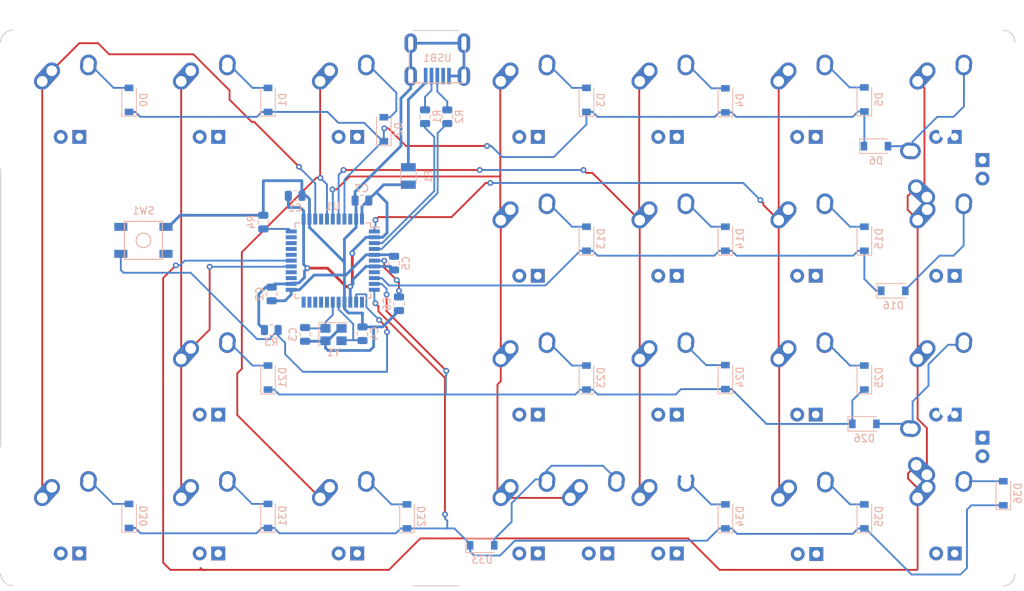
<source format=kicad_pcb>
(kicad_pcb (version 20171130) (host pcbnew "(5.0.2)-1")
  (layers (0 F.Cu signal) (31 B.Cu signal) (34 B.Paste user) (35 F.Paste user) (36 B.SilkS user) (37 F.SilkS user) (38 B.Mask user) (39 F.Mask user) (44 Edge.Cuts user))
  (net 0 "")
  (net 1 GND)
  (net 2 +5V)
  (net 3 "Net-(C3-Pad1)")
  (net 4 "Net-(C4-Pad1)")
  (net 5 "Net-(C6-Pad1)")
  (net 6 ROW0)
  (net 7 "Net-(D1-Pad2)")
  (net 8 ROW3)
  (net 9 "Net-(D2-Pad2)")
  (net 10 "Net-(D3-Pad2)")
  (net 11 "Net-(D4-Pad2)")
  (net 12 ROW2)
  (net 13 "Net-(D5-Pad2)")
  (net 14 "Net-(D6-Pad2)")
  (net 15 ROW1)
  (net 16 "Net-(D13-Pad2)")
  (net 17 "Net-(D14-Pad2)")
  (net 18 "Net-(D15-Pad2)")
  (net 19 "Net-(D16-Pad2)")
  (net 20 "Net-(D21-Pad2)")
  (net 21 VCC)
  (net 22 COL0)
  (net 23 "Net-(MX1-Pad3)")
  (net 24 "Net-(MX1-Pad4)")
  (net 25 "Net-(MX2-Pad3)")
  (net 26 "Net-(MX2-Pad4)")
  (net 27 "Net-(MX3-Pad4)")
  (net 28 "Net-(MX3-Pad3)")
  (net 29 COL1)
  (net 30 "Net-(MX4-Pad4)")
  (net 31 "Net-(MX4-Pad3)")
  (net 32 "Net-(MX5-Pad3)")
  (net 33 "Net-(MX5-Pad4)")
  (net 34 COL2)
  (net 35 COL3)
  (net 36 COL4)
  (net 37 "Net-(MX13-Pad4)")
  (net 38 "Net-(MX13-Pad3)")
  (net 39 "Net-(MX14-Pad4)")
  (net 40 "Net-(MX14-Pad3)")
  (net 41 "Net-(MX15-Pad4)")
  (net 42 "Net-(MX15-Pad3)")
  (net 43 COL5)
  (net 44 "Net-(MX16-Pad3)")
  (net 45 "Net-(MX16-Pad4)")
  (net 46 COL6)
  (net 47 "Net-(MX21-Pad4)")
  (net 48 "Net-(MX21-Pad3)")
  (net 49 "Net-(R1-Pad1)")
  (net 50 D-)
  (net 51 D+)
  (net 52 "Net-(R2-Pad1)")
  (net 53 "Net-(R3-Pad2)")
  (net 54 "Net-(R4-Pad2)")
  (net 55 "Net-(U1-Pad8)")
  (net 56 "Net-(U1-Pad12)")
  (net 57 "Net-(U1-Pad18)")
  (net 58 "Net-(U1-Pad19)")
  (net 59 "Net-(U1-Pad20)")
  (net 60 "Net-(U1-Pad21)")
  (net 61 "Net-(U1-Pad22)")
  (net 62 "Net-(U1-Pad25)")
  (net 63 "Net-(U1-Pad26)")
  (net 64 "Net-(U1-Pad29)")
  (net 65 "Net-(U1-Pad30)")
  (net 66 "Net-(U1-Pad31)")
  (net 67 "Net-(U1-Pad32)")
  (net 68 "Net-(U1-Pad37)")
  (net 69 "Net-(U1-Pad42)")
  (net 70 "Net-(USB1-Pad2)")
  (net 71 "Net-(D23-Pad2)")
  (net 72 "Net-(D24-Pad2)")
  (net 73 "Net-(D25-Pad2)")
  (net 74 "Net-(D26-Pad2)")
  (net 75 "Net-(MX23-Pad3)")
  (net 76 "Net-(MX23-Pad4)")
  (net 77 "Net-(MX24-Pad3)")
  (net 78 "Net-(MX24-Pad4)")
  (net 79 "Net-(MX25-Pad3)")
  (net 80 "Net-(MX25-Pad4)")
  (net 81 "Net-(D0-Pad2)")
  (net 82 "Net-(D30-Pad2)")
  (net 83 "Net-(D31-Pad2)")
  (net 84 "Net-(D32-Pad2)")
  (net 85 "Net-(D33-Pad2)")
  (net 86 "Net-(D34-Pad2)")
  (net 87 "Net-(D36-Pad2)")
  (net 88 "Net-(MX0-Pad3)")
  (net 89 "Net-(MX0-Pad4)")
  (net 90 "Net-(MX30-Pad4)")
  (net 91 "Net-(MX30-Pad3)")
  (net 92 "Net-(MX31-Pad4)")
  (net 93 "Net-(MX31-Pad3)")
  (net 94 "Net-(MX32-Pad3)")
  (net 95 "Net-(MX32-Pad4)")
  (net 96 "Net-(MX34-Pad3)")
  (net 97 "Net-(MX34-Pad4)")
  (net 98 "Net-(MX36-Pad3)")
  (net 99 "Net-(MX36-Pad4)")
  (net 100 "Net-(MX61-Pad4)")
  (net 101 "Net-(MX61-Pad3)")
  (net 102 "Net-(MX62-Pad3)")
  (net 103 "Net-(MX62-Pad4)")
  (net 104 "Net-(MX261-Pad3)")
  (net 105 "Net-(MX261-Pad4)")
  (net 106 "Net-(MX262-Pad4)")
  (net 107 "Net-(MX262-Pad3)")
  (net 108 "Net-(MX331-Pad4)")
  (net 109 "Net-(MX331-Pad3)")
  (net 110 "Net-(MX332-Pad3)")
  (net 111 "Net-(MX332-Pad4)")
  (net 112 "Net-(D35-Pad2)")
  (net 113 "Net-(MX35-Pad3)")
  (net 114 "Net-(MX35-Pad4)")
  (module MX_Alps_Hybrid:MX-1U (layer F.Cu) (at 101.44375 89.69375)
    (fp_text reference MX2)
    (fp_text value MX-1U)
    (pad 2 thru_hole oval (at 2.5 -4.5 86.0548) (size 2.831378 2.25) (drill 1.47 (offset 0.290689 0)) (layers *.Cu B.Mask) (net 9 "Net-(D2-Pad2)"))
    (pad 2 thru_hole circle (at 2.54 -5.08) (size 2.25 2.25) (drill 1.47) (layers *.Cu B.Mask) (net 9 "Net-(D2-Pad2)"))
    (pad 1 thru_hole oval (at -3.81 -2.54 48.0996) (size 4.211556 2.25) (drill 1.47 (offset 0.980778 0)) (layers *.Cu B.Mask) (net 34 COL2))
    (pad "" np_thru_hole circle (at 0 0) (size 3.9878 3.9878) (drill 3.9878) (layers *.Cu *.Mask))
    (pad 1 thru_hole circle (at -2.5 -4) (size 2.25 2.25) (drill 1.47) (layers *.Cu B.Mask) (net 34 COL2))
    (pad 3 thru_hole circle (at -1.27 5.08) (size 1.905 1.905) (drill 1.04) (layers *.Cu B.Mask) (net 25 "Net-(MX2-Pad3)"))
    (pad 4 thru_hole rect (at 1.27 5.08) (size 1.905 1.905) (drill 1.04) (layers *.Cu B.Mask) (net 26 "Net-(MX2-Pad4)"))
    (pad "" np_thru_hole circle (at -5.08 0 48.0996) (size 1.75 1.75) (drill 1.75) (layers *.Cu *.Mask))
    (pad "" np_thru_hole circle (at 5.08 0 48.0996) (size 1.75 1.75) (drill 1.75) (layers *.Cu *.Mask))
  )
  (module MX_Alps_Hybrid:MX-1U (layer F.Cu) (at 82.39375 89.69375)
    (fp_text reference MX1)
    (fp_text value MX-1U)
    (pad "" np_thru_hole circle (at 5.08 0 48.0996) (size 1.75 1.75) (drill 1.75) (layers *.Cu *.Mask))
    (pad "" np_thru_hole circle (at -5.08 0 48.0996) (size 1.75 1.75) (drill 1.75) (layers *.Cu *.Mask))
    (pad 4 thru_hole rect (at 1.27 5.08) (size 1.905 1.905) (drill 1.04) (layers *.Cu B.Mask) (net 24 "Net-(MX1-Pad4)"))
    (pad 3 thru_hole circle (at -1.27 5.08) (size 1.905 1.905) (drill 1.04) (layers *.Cu B.Mask) (net 23 "Net-(MX1-Pad3)"))
    (pad 1 thru_hole circle (at -2.5 -4) (size 2.25 2.25) (drill 1.47) (layers *.Cu B.Mask) (net 29 COL1))
    (pad "" np_thru_hole circle (at 0 0) (size 3.9878 3.9878) (drill 3.9878) (layers *.Cu *.Mask))
    (pad 1 thru_hole oval (at -3.81 -2.54 48.0996) (size 4.211556 2.25) (drill 1.47 (offset 0.980778 0)) (layers *.Cu B.Mask) (net 29 COL1))
    (pad 2 thru_hole circle (at 2.54 -5.08) (size 2.25 2.25) (drill 1.47) (layers *.Cu B.Mask) (net 7 "Net-(D1-Pad2)"))
    (pad 2 thru_hole oval (at 2.5 -4.5 86.0548) (size 2.831378 2.25) (drill 1.47 (offset 0.290689 0)) (layers *.Cu B.Mask) (net 7 "Net-(D1-Pad2)"))
  )
  (module MX_Alps_Hybrid:MX-1U (layer F.Cu) (at 82.39375 127.79375)
    (fp_text reference MX21)
    (fp_text value MX-1U)
    (pad 2 thru_hole oval (at 2.5 -4.5 86.0548) (size 2.831378 2.25) (drill 1.47 (offset 0.290689 0)) (layers *.Cu B.Mask) (net 20 "Net-(D21-Pad2)"))
    (pad 2 thru_hole circle (at 2.54 -5.08) (size 2.25 2.25) (drill 1.47) (layers *.Cu B.Mask) (net 20 "Net-(D21-Pad2)"))
    (pad 1 thru_hole oval (at -3.81 -2.54 48.0996) (size 4.211556 2.25) (drill 1.47 (offset 0.980778 0)) (layers *.Cu B.Mask) (net 29 COL1))
    (pad "" np_thru_hole circle (at 0 0) (size 3.9878 3.9878) (drill 3.9878) (layers *.Cu *.Mask))
    (pad 1 thru_hole circle (at -2.5 -4) (size 2.25 2.25) (drill 1.47) (layers *.Cu B.Mask) (net 29 COL1))
    (pad 3 thru_hole circle (at -1.27 5.08) (size 1.905 1.905) (drill 1.04) (layers *.Cu B.Mask) (net 48 "Net-(MX21-Pad3)"))
    (pad 4 thru_hole rect (at 1.27 5.08) (size 1.905 1.905) (drill 1.04) (layers *.Cu B.Mask) (net 47 "Net-(MX21-Pad4)"))
    (pad "" np_thru_hole circle (at -5.08 0 48.0996) (size 1.75 1.75) (drill 1.75) (layers *.Cu *.Mask))
    (pad "" np_thru_hole circle (at 5.08 0 48.0996) (size 1.75 1.75) (drill 1.75) (layers *.Cu *.Mask))
  )
  (module Crystal:Crystal_SMD_3225-4Pin_3.2x2.5mm (layer B.Cu) (at 99.4615 121.8955)
    (fp_text reference Y1 (at 0 2.45) (layer B.SilkS) (effects (justify mirror)))
    (fp_text value 16MHz)
    (pad 1 smd rect (at -1.1 -0.85) (size 1.4 1.2) (layers B.Cu B.Paste B.Mask) (net 3 "Net-(C3-Pad1)"))
    (pad 2 smd rect (at 1.1 -0.85) (size 1.4 1.2) (layers B.Cu B.Paste B.Mask) (net 1 GND))
    (pad 3 smd rect (at 1.1 0.85) (size 1.4 1.2) (layers B.Cu B.Paste B.Mask) (net 4 "Net-(C4-Pad1)"))
    (pad 4 smd rect (at -1.1 0.85) (size 1.4 1.2) (layers B.Cu B.Paste B.Mask) (net 1 GND))
  )
  (module Capacitor_SMD:C_0805_2012Metric (layer B.Cu) (at 94.209654 102.855624)
    (fp_text reference C1 (at 0 1.65) (layer B.SilkS) (effects (justify mirror)))
    (fp_text value 0.1uF)
    (pad 1 smd roundrect (at -0.9375 0) (size 0.975 1.4) (layers B.Cu B.Paste B.Mask) (net 2 +5V))
    (pad 2 smd roundrect (at 0.9375 0) (size 0.975 1.4) (layers B.Cu B.Paste B.Mask) (net 1 GND))
  )
  (module Capacitor_SMD:C_0805_2012Metric (layer B.Cu) (at 90.986154 116.317624 270)
    (fp_text reference C2 (at 0 1.65 270) (layer B.SilkS) (effects (justify mirror)))
    (fp_text value 0.1uF)
    (pad 2 smd roundrect (at 0.9375 0 270) (size 0.975 1.4) (layers B.Cu B.Paste B.Mask) (net 1 GND))
    (pad 1 smd roundrect (at -0.9375 0 270) (size 0.975 1.4) (layers B.Cu B.Paste B.Mask) (net 2 +5V))
  )
  (module Capacitor_SMD:C_0805_2012Metric (layer B.Cu) (at 95.5675 121.8715 270)
    (fp_text reference C3 (at 0 1.65 270) (layer B.SilkS) (effects (justify mirror)))
    (fp_text value 22pF)
    (pad 1 smd roundrect (at -0.9375 0 270) (size 0.975 1.4) (layers B.Cu B.Paste B.Mask) (net 3 "Net-(C3-Pad1)"))
    (pad 2 smd roundrect (at 0.9375 0 270) (size 0.975 1.4) (layers B.Cu B.Paste B.Mask) (net 1 GND))
  )
  (module Capacitor_SMD:C_0805_2012Metric (layer B.Cu) (at 103.432154 121.778624 90)
    (fp_text reference C4 (at 0 1.65 90) (layer B.SilkS) (effects (justify mirror)))
    (fp_text value 22pF)
    (pad 1 smd roundrect (at -0.9375 0 90) (size 0.975 1.4) (layers B.Cu B.Paste B.Mask) (net 4 "Net-(C4-Pad1)"))
    (pad 2 smd roundrect (at 0.9375 0 90) (size 0.975 1.4) (layers B.Cu B.Paste B.Mask) (net 1 GND))
  )
  (module Capacitor_SMD:C_0805_2012Metric (layer B.Cu) (at 107.7595 112.0925 90)
    (fp_text reference C5 (at 0 1.65 90) (layer B.SilkS) (effects (justify mirror)))
    (fp_text value 0.1uF)
    (pad 1 smd roundrect (at -0.9375 0 90) (size 0.975 1.4) (layers B.Cu B.Paste B.Mask) (net 2 +5V))
    (pad 2 smd roundrect (at 0.9375 0 90) (size 0.975 1.4) (layers B.Cu B.Paste B.Mask) (net 1 GND))
  )
  (module Capacitor_SMD:C_0805_2012Metric (layer B.Cu) (at 108.443 117.6655 270)
    (fp_text reference C6 (at 0 1.65 270) (layer B.SilkS) (effects (justify mirror)))
    (fp_text value 1uF)
    (pad 2 smd roundrect (at 0.9375 0 270) (size 0.975 1.4) (layers B.Cu B.Paste B.Mask) (net 1 GND))
    (pad 1 smd roundrect (at -0.9375 0 270) (size 0.975 1.4) (layers B.Cu B.Paste B.Mask) (net 5 "Net-(C6-Pad1)"))
  )
  (module Capacitor_SMD:C_0805_2012Metric (layer B.Cu) (at 103.363 103.505 180)
    (fp_text reference C7 (at 0 1.65 180) (layer B.SilkS) (effects (justify mirror)))
    (fp_text value 10uF)
    (pad 2 smd roundrect (at 0.9375 0 180) (size 0.975 1.4) (layers B.Cu B.Paste B.Mask) (net 1 GND))
    (pad 1 smd roundrect (at -0.9375 0 180) (size 0.975 1.4) (layers B.Cu B.Paste B.Mask) (net 2 +5V))
  )
  (module Diode_SMD:D_SOD-123 (layer B.Cu) (at 71.4375 89.69375 90)
    (fp_text reference D0 (at 0 2 90) (layer B.SilkS) (effects (justify mirror)))
    (fp_text value D_Small)
    (pad 1 smd rect (at -1.65 0 90) (size 0.9 1.2) (layers B.Cu B.Paste B.Mask) (net 6 ROW0))
    (pad 2 smd rect (at 1.65 0 90) (size 0.9 1.2) (layers B.Cu B.Paste B.Mask) (net 81 "Net-(D0-Pad2)"))
  )
  (module Diode_SMD:D_SOD-123 (layer B.Cu) (at 90.4875 89.69375 90)
    (fp_text reference D1 (at 0 2 90) (layer B.SilkS) (effects (justify mirror)))
    (fp_text value D_Small)
    (pad 2 smd rect (at 1.65 0 90) (size 0.9 1.2) (layers B.Cu B.Paste B.Mask) (net 7 "Net-(D1-Pad2)"))
    (pad 1 smd rect (at -1.65 0 90) (size 0.9 1.2) (layers B.Cu B.Paste B.Mask) (net 6 ROW0))
  )
  (module Diode_SMD:D_SOD-123 (layer B.Cu) (at 106.3625 93.725 90)
    (fp_text reference D2 (at 0 2 90) (layer B.SilkS) (effects (justify mirror)))
    (fp_text value D_Small)
    (pad 1 smd rect (at -1.65 0 90) (size 0.9 1.2) (layers B.Cu B.Paste B.Mask) (net 6 ROW0))
    (pad 2 smd rect (at 1.65 0 90) (size 0.9 1.2) (layers B.Cu B.Paste B.Mask) (net 9 "Net-(D2-Pad2)"))
  )
  (module Diode_SMD:D_SOD-123 (layer B.Cu) (at 134.14375 89.69375 90)
    (fp_text reference D3 (at 0 2 90) (layer B.SilkS) (effects (justify mirror)))
    (fp_text value D_Small)
    (pad 2 smd rect (at 1.65 0 90) (size 0.9 1.2) (layers B.Cu B.Paste B.Mask) (net 10 "Net-(D3-Pad2)"))
    (pad 1 smd rect (at -1.65 0 90) (size 0.9 1.2) (layers B.Cu B.Paste B.Mask) (net 6 ROW0))
  )
  (module Diode_SMD:D_SOD-123 (layer B.Cu) (at 153.19375 89.75625 90)
    (fp_text reference D4 (at 0 2 90) (layer B.SilkS) (effects (justify mirror)))
    (fp_text value D_Small)
    (pad 1 smd rect (at -1.65 0 90) (size 0.9 1.2) (layers B.Cu B.Paste B.Mask) (net 6 ROW0))
    (pad 2 smd rect (at 1.65 0 90) (size 0.9 1.2) (layers B.Cu B.Paste B.Mask) (net 11 "Net-(D4-Pad2)"))
  )
  (module Diode_SMD:D_SOD-123 (layer B.Cu) (at 172.24375 89.63125 90)
    (fp_text reference D5 (at 0 2 90) (layer B.SilkS) (effects (justify mirror)))
    (fp_text value D_Small)
    (pad 1 smd rect (at -1.65 0 90) (size 0.9 1.2) (layers B.Cu B.Paste B.Mask) (net 6 ROW0))
    (pad 2 smd rect (at 1.65 0 90) (size 0.9 1.2) (layers B.Cu B.Paste B.Mask) (net 13 "Net-(D5-Pad2)"))
  )
  (module Diode_SMD:D_SOD-123 (layer B.Cu) (at 173.83125 96.04375)
    (fp_text reference D6 (at 0 2) (layer B.SilkS) (effects (justify mirror)))
    (fp_text value D_Small)
    (pad 2 smd rect (at 1.65 0) (size 0.9 1.2) (layers B.Cu B.Paste B.Mask) (net 14 "Net-(D6-Pad2)"))
    (pad 1 smd rect (at -1.65 0) (size 0.9 1.2) (layers B.Cu B.Paste B.Mask) (net 6 ROW0))
  )
  (module Diode_SMD:D_SOD-123 (layer B.Cu) (at 134.14375 108.74375 90)
    (fp_text reference D13 (at 0 2 90) (layer B.SilkS) (effects (justify mirror)))
    (fp_text value D_Small)
    (pad 1 smd rect (at -1.65 0 90) (size 0.9 1.2) (layers B.Cu B.Paste B.Mask) (net 15 ROW1))
    (pad 2 smd rect (at 1.65 0 90) (size 0.9 1.2) (layers B.Cu B.Paste B.Mask) (net 16 "Net-(D13-Pad2)"))
  )
  (module Diode_SMD:D_SOD-123 (layer B.Cu) (at 153.19375 108.74375 90)
    (fp_text reference D14 (at 0 2 90) (layer B.SilkS) (effects (justify mirror)))
    (fp_text value D_Small)
    (pad 2 smd rect (at 1.65 0 90) (size 0.9 1.2) (layers B.Cu B.Paste B.Mask) (net 17 "Net-(D14-Pad2)"))
    (pad 1 smd rect (at -1.65 0 90) (size 0.9 1.2) (layers B.Cu B.Paste B.Mask) (net 15 ROW1))
  )
  (module Diode_SMD:D_SOD-123 (layer B.Cu) (at 172.24375 108.74375 90)
    (fp_text reference D15 (at 0 2 90) (layer B.SilkS) (effects (justify mirror)))
    (fp_text value D_Small)
    (pad 1 smd rect (at -1.65 0 90) (size 0.9 1.2) (layers B.Cu B.Paste B.Mask) (net 15 ROW1))
    (pad 2 smd rect (at 1.65 0 90) (size 0.9 1.2) (layers B.Cu B.Paste B.Mask) (net 18 "Net-(D15-Pad2)"))
  )
  (module Diode_SMD:D_SOD-123 (layer B.Cu) (at 176.2125 115.8875)
    (fp_text reference D16 (at 0 2) (layer B.SilkS) (effects (justify mirror)))
    (fp_text value D_Small)
    (pad 2 smd rect (at 1.65 0) (size 0.9 1.2) (layers B.Cu B.Paste B.Mask) (net 19 "Net-(D16-Pad2)"))
    (pad 1 smd rect (at -1.65 0) (size 0.9 1.2) (layers B.Cu B.Paste B.Mask) (net 15 ROW1))
  )
  (module Diode_SMD:D_SOD-123 (layer B.Cu) (at 90.4875 127.79375 90)
    (fp_text reference D21 (at 0 2 90) (layer B.SilkS) (effects (justify mirror)))
    (fp_text value D_Small)
    (pad 2 smd rect (at 1.65 0 90) (size 0.9 1.2) (layers B.Cu B.Paste B.Mask) (net 20 "Net-(D21-Pad2)"))
    (pad 1 smd rect (at -1.65 0 90) (size 0.9 1.2) (layers B.Cu B.Paste B.Mask) (net 12 ROW2))
  )
  (module Diode_SMD:D_SOD-123 (layer B.Cu) (at 134.14375 127.79375 90)
    (fp_text reference D23 (at 0 2 90) (layer B.SilkS) (effects (justify mirror)))
    (fp_text value D_Small)
    (pad 2 smd rect (at 1.65 0 90) (size 0.9 1.2) (layers B.Cu B.Paste B.Mask) (net 71 "Net-(D23-Pad2)"))
    (pad 1 smd rect (at -1.65 0 90) (size 0.9 1.2) (layers B.Cu B.Paste B.Mask) (net 12 ROW2))
  )
  (module Diode_SMD:D_SOD-123 (layer B.Cu) (at 153.19375 127.73125 90)
    (fp_text reference D24 (at 0 2 90) (layer B.SilkS) (effects (justify mirror)))
    (fp_text value D_Small)
    (pad 1 smd rect (at -1.65 0 90) (size 0.9 1.2) (layers B.Cu B.Paste B.Mask) (net 12 ROW2))
    (pad 2 smd rect (at 1.65 0 90) (size 0.9 1.2) (layers B.Cu B.Paste B.Mask) (net 72 "Net-(D24-Pad2)"))
  )
  (module Diode_SMD:D_SOD-123 (layer B.Cu) (at 172.24375 127.79375 90)
    (fp_text reference D25 (at 0 2 90) (layer B.SilkS) (effects (justify mirror)))
    (fp_text value D_Small)
    (pad 1 smd rect (at -1.65 0 90) (size 0.9 1.2) (layers B.Cu B.Paste B.Mask) (net 12 ROW2))
    (pad 2 smd rect (at 1.65 0 90) (size 0.9 1.2) (layers B.Cu B.Paste B.Mask) (net 73 "Net-(D25-Pad2)"))
  )
  (module Diode_SMD:D_SOD-123 (layer B.Cu) (at 172.24375 134.14375)
    (fp_text reference D26 (at 0 2) (layer B.SilkS) (effects (justify mirror)))
    (fp_text value D_Small)
    (pad 2 smd rect (at 1.65 0) (size 0.9 1.2) (layers B.Cu B.Paste B.Mask) (net 74 "Net-(D26-Pad2)"))
    (pad 1 smd rect (at -1.65 0) (size 0.9 1.2) (layers B.Cu B.Paste B.Mask) (net 12 ROW2))
  )
  (module Diode_SMD:D_SOD-123 (layer B.Cu) (at 71.4375 146.78125 90)
    (fp_text reference D30 (at 0 2 90) (layer B.SilkS) (effects (justify mirror)))
    (fp_text value D_Small)
    (pad 1 smd rect (at -1.65 0 90) (size 0.9 1.2) (layers B.Cu B.Paste B.Mask) (net 8 ROW3))
    (pad 2 smd rect (at 1.65 0 90) (size 0.9 1.2) (layers B.Cu B.Paste B.Mask) (net 82 "Net-(D30-Pad2)"))
  )
  (module Diode_SMD:D_SOD-123 (layer B.Cu) (at 90.4875 146.78125 90)
    (fp_text reference D31 (at 0 2 90) (layer B.SilkS) (effects (justify mirror)))
    (fp_text value D_Small)
    (pad 2 smd rect (at 1.65 0 90) (size 0.9 1.2) (layers B.Cu B.Paste B.Mask) (net 83 "Net-(D31-Pad2)"))
    (pad 1 smd rect (at -1.65 0 90) (size 0.9 1.2) (layers B.Cu B.Paste B.Mask) (net 8 ROW3))
  )
  (module Diode_SMD:D_SOD-123 (layer B.Cu) (at 109.5375 146.84375 90)
    (fp_text reference D32 (at 0 2 90) (layer B.SilkS) (effects (justify mirror)))
    (fp_text value D_Small)
    (pad 1 smd rect (at -1.65 0 90) (size 0.9 1.2) (layers B.Cu B.Paste B.Mask) (net 8 ROW3))
    (pad 2 smd rect (at 1.65 0 90) (size 0.9 1.2) (layers B.Cu B.Paste B.Mask) (net 84 "Net-(D32-Pad2)"))
  )
  (module Diode_SMD:D_SOD-123 (layer B.Cu) (at 119.85625 150.8125)
    (fp_text reference D33 (at 0 2) (layer B.SilkS) (effects (justify mirror)))
    (fp_text value D_Small)
    (pad 2 smd rect (at 1.65 0) (size 0.9 1.2) (layers B.Cu B.Paste B.Mask) (net 85 "Net-(D33-Pad2)"))
    (pad 1 smd rect (at -1.65 0) (size 0.9 1.2) (layers B.Cu B.Paste B.Mask) (net 8 ROW3))
  )
  (module Diode_SMD:D_SOD-123 (layer B.Cu) (at 153.19375 146.84375 90)
    (fp_text reference D34 (at 0 2 90) (layer B.SilkS) (effects (justify mirror)))
    (fp_text value D_Small)
    (pad 1 smd rect (at -1.65 0 90) (size 0.9 1.2) (layers B.Cu B.Paste B.Mask) (net 8 ROW3))
    (pad 2 smd rect (at 1.65 0 90) (size 0.9 1.2) (layers B.Cu B.Paste B.Mask) (net 86 "Net-(D34-Pad2)"))
  )
  (module Diode_SMD:D_SOD-123 (layer B.Cu) (at 191.29375 143.66875 90)
    (fp_text reference D36 (at 0 2 90) (layer B.SilkS) (effects (justify mirror)))
    (fp_text value D_Small)
    (pad 2 smd rect (at 1.65 0 90) (size 0.9 1.2) (layers B.Cu B.Paste B.Mask) (net 87 "Net-(D36-Pad2)"))
    (pad 1 smd rect (at -1.65 0 90) (size 0.9 1.2) (layers B.Cu B.Paste B.Mask) (net 8 ROW3))
  )
  (module MX_Alps_Hybrid:MX-1U (layer F.Cu) (at 63.34375 89.69375)
    (fp_text reference MX0)
    (fp_text value MX-1U)
    (pad "" np_thru_hole circle (at 5.08 0 48.0996) (size 1.75 1.75) (drill 1.75) (layers *.Cu *.Mask))
    (pad "" np_thru_hole circle (at -5.08 0 48.0996) (size 1.75 1.75) (drill 1.75) (layers *.Cu *.Mask))
    (pad 4 thru_hole rect (at 1.27 5.08) (size 1.905 1.905) (drill 1.04) (layers *.Cu B.Mask) (net 89 "Net-(MX0-Pad4)"))
    (pad 3 thru_hole circle (at -1.27 5.08) (size 1.905 1.905) (drill 1.04) (layers *.Cu B.Mask) (net 88 "Net-(MX0-Pad3)"))
    (pad 1 thru_hole circle (at -2.5 -4) (size 2.25 2.25) (drill 1.47) (layers *.Cu B.Mask) (net 22 COL0))
    (pad "" np_thru_hole circle (at 0 0) (size 3.9878 3.9878) (drill 3.9878) (layers *.Cu *.Mask))
    (pad 1 thru_hole oval (at -3.81 -2.54 48.0996) (size 4.211556 2.25) (drill 1.47 (offset 0.980778 0)) (layers *.Cu B.Mask) (net 22 COL0))
    (pad 2 thru_hole circle (at 2.54 -5.08) (size 2.25 2.25) (drill 1.47) (layers *.Cu B.Mask) (net 81 "Net-(D0-Pad2)"))
    (pad 2 thru_hole oval (at 2.5 -4.5 86.0548) (size 2.831378 2.25) (drill 1.47 (offset 0.290689 0)) (layers *.Cu B.Mask) (net 81 "Net-(D0-Pad2)"))
  )
  (module MX_Alps_Hybrid:MX-1U (layer F.Cu) (at 126.20625 89.69375)
    (fp_text reference MX3)
    (fp_text value MX-1U)
    (pad "" np_thru_hole circle (at 5.08 0 48.0996) (size 1.75 1.75) (drill 1.75) (layers *.Cu *.Mask))
    (pad "" np_thru_hole circle (at -5.08 0 48.0996) (size 1.75 1.75) (drill 1.75) (layers *.Cu *.Mask))
    (pad 4 thru_hole rect (at 1.27 5.08) (size 1.905 1.905) (drill 1.04) (layers *.Cu B.Mask) (net 27 "Net-(MX3-Pad4)"))
    (pad 3 thru_hole circle (at -1.27 5.08) (size 1.905 1.905) (drill 1.04) (layers *.Cu B.Mask) (net 28 "Net-(MX3-Pad3)"))
    (pad 1 thru_hole circle (at -2.5 -4) (size 2.25 2.25) (drill 1.47) (layers *.Cu B.Mask) (net 35 COL3))
    (pad "" np_thru_hole circle (at 0 0) (size 3.9878 3.9878) (drill 3.9878) (layers *.Cu *.Mask))
    (pad 1 thru_hole oval (at -3.81 -2.54 48.0996) (size 4.211556 2.25) (drill 1.47 (offset 0.980778 0)) (layers *.Cu B.Mask) (net 35 COL3))
    (pad 2 thru_hole circle (at 2.54 -5.08) (size 2.25 2.25) (drill 1.47) (layers *.Cu B.Mask) (net 10 "Net-(D3-Pad2)"))
    (pad 2 thru_hole oval (at 2.5 -4.5 86.0548) (size 2.831378 2.25) (drill 1.47 (offset 0.290689 0)) (layers *.Cu B.Mask) (net 10 "Net-(D3-Pad2)"))
  )
  (module MX_Alps_Hybrid:MX-1U (layer F.Cu) (at 145.25625 89.69375)
    (fp_text reference MX4)
    (fp_text value MX-1U)
    (pad 2 thru_hole oval (at 2.5 -4.5 86.0548) (size 2.831378 2.25) (drill 1.47 (offset 0.290689 0)) (layers *.Cu B.Mask) (net 11 "Net-(D4-Pad2)"))
    (pad 2 thru_hole circle (at 2.54 -5.08) (size 2.25 2.25) (drill 1.47) (layers *.Cu B.Mask) (net 11 "Net-(D4-Pad2)"))
    (pad 1 thru_hole oval (at -3.81 -2.54 48.0996) (size 4.211556 2.25) (drill 1.47 (offset 0.980778 0)) (layers *.Cu B.Mask) (net 36 COL4))
    (pad "" np_thru_hole circle (at 0 0) (size 3.9878 3.9878) (drill 3.9878) (layers *.Cu *.Mask))
    (pad 1 thru_hole circle (at -2.5 -4) (size 2.25 2.25) (drill 1.47) (layers *.Cu B.Mask) (net 36 COL4))
    (pad 3 thru_hole circle (at -1.27 5.08) (size 1.905 1.905) (drill 1.04) (layers *.Cu B.Mask) (net 31 "Net-(MX4-Pad3)"))
    (pad 4 thru_hole rect (at 1.27 5.08) (size 1.905 1.905) (drill 1.04) (layers *.Cu B.Mask) (net 30 "Net-(MX4-Pad4)"))
    (pad "" np_thru_hole circle (at -5.08 0 48.0996) (size 1.75 1.75) (drill 1.75) (layers *.Cu *.Mask))
    (pad "" np_thru_hole circle (at 5.08 0 48.0996) (size 1.75 1.75) (drill 1.75) (layers *.Cu *.Mask))
  )
  (module MX_Alps_Hybrid:MX-1U (layer F.Cu) (at 164.30625 89.69375)
    (fp_text reference MX5)
    (fp_text value MX-1U)
    (pad 2 thru_hole oval (at 2.5 -4.5 86.0548) (size 2.831378 2.25) (drill 1.47 (offset 0.290689 0)) (layers *.Cu B.Mask) (net 13 "Net-(D5-Pad2)"))
    (pad 2 thru_hole circle (at 2.54 -5.08) (size 2.25 2.25) (drill 1.47) (layers *.Cu B.Mask) (net 13 "Net-(D5-Pad2)"))
    (pad 1 thru_hole oval (at -3.81 -2.54 48.0996) (size 4.211556 2.25) (drill 1.47 (offset 0.980778 0)) (layers *.Cu B.Mask) (net 43 COL5))
    (pad "" np_thru_hole circle (at 0 0) (size 3.9878 3.9878) (drill 3.9878) (layers *.Cu *.Mask))
    (pad 1 thru_hole circle (at -2.5 -4) (size 2.25 2.25) (drill 1.47) (layers *.Cu B.Mask) (net 43 COL5))
    (pad 3 thru_hole circle (at -1.27 5.08) (size 1.905 1.905) (drill 1.04) (layers *.Cu B.Mask) (net 32 "Net-(MX5-Pad3)"))
    (pad 4 thru_hole rect (at 1.27 5.08) (size 1.905 1.905) (drill 1.04) (layers *.Cu B.Mask) (net 33 "Net-(MX5-Pad4)"))
    (pad "" np_thru_hole circle (at -5.08 0 48.0996) (size 1.75 1.75) (drill 1.75) (layers *.Cu *.Mask))
    (pad "" np_thru_hole circle (at 5.08 0 48.0996) (size 1.75 1.75) (drill 1.75) (layers *.Cu *.Mask))
  )
  (module MX_Alps_Hybrid:MX-1U (layer F.Cu) (at 126.20625 108.74375)
    (fp_text reference MX13)
    (fp_text value MX-1U)
    (pad "" np_thru_hole circle (at 5.08 0 48.0996) (size 1.75 1.75) (drill 1.75) (layers *.Cu *.Mask))
    (pad "" np_thru_hole circle (at -5.08 0 48.0996) (size 1.75 1.75) (drill 1.75) (layers *.Cu *.Mask))
    (pad 4 thru_hole rect (at 1.27 5.08) (size 1.905 1.905) (drill 1.04) (layers *.Cu B.Mask) (net 37 "Net-(MX13-Pad4)"))
    (pad 3 thru_hole circle (at -1.27 5.08) (size 1.905 1.905) (drill 1.04) (layers *.Cu B.Mask) (net 38 "Net-(MX13-Pad3)"))
    (pad 1 thru_hole circle (at -2.5 -4) (size 2.25 2.25) (drill 1.47) (layers *.Cu B.Mask) (net 35 COL3))
    (pad "" np_thru_hole circle (at 0 0) (size 3.9878 3.9878) (drill 3.9878) (layers *.Cu *.Mask))
    (pad 1 thru_hole oval (at -3.81 -2.54 48.0996) (size 4.211556 2.25) (drill 1.47 (offset 0.980778 0)) (layers *.Cu B.Mask) (net 35 COL3))
    (pad 2 thru_hole circle (at 2.54 -5.08) (size 2.25 2.25) (drill 1.47) (layers *.Cu B.Mask) (net 16 "Net-(D13-Pad2)"))
    (pad 2 thru_hole oval (at 2.5 -4.5 86.0548) (size 2.831378 2.25) (drill 1.47 (offset 0.290689 0)) (layers *.Cu B.Mask) (net 16 "Net-(D13-Pad2)"))
  )
  (module MX_Alps_Hybrid:MX-1U (layer F.Cu) (at 145.25625 108.74375)
    (fp_text reference MX14)
    (fp_text value MX-1U)
    (pad 2 thru_hole oval (at 2.5 -4.5 86.0548) (size 2.831378 2.25) (drill 1.47 (offset 0.290689 0)) (layers *.Cu B.Mask) (net 17 "Net-(D14-Pad2)"))
    (pad 2 thru_hole circle (at 2.54 -5.08) (size 2.25 2.25) (drill 1.47) (layers *.Cu B.Mask) (net 17 "Net-(D14-Pad2)"))
    (pad 1 thru_hole oval (at -3.81 -2.54 48.0996) (size 4.211556 2.25) (drill 1.47 (offset 0.980778 0)) (layers *.Cu B.Mask) (net 36 COL4))
    (pad "" np_thru_hole circle (at 0 0) (size 3.9878 3.9878) (drill 3.9878) (layers *.Cu *.Mask))
    (pad 1 thru_hole circle (at -2.5 -4) (size 2.25 2.25) (drill 1.47) (layers *.Cu B.Mask) (net 36 COL4))
    (pad 3 thru_hole circle (at -1.27 5.08) (size 1.905 1.905) (drill 1.04) (layers *.Cu B.Mask) (net 40 "Net-(MX14-Pad3)"))
    (pad 4 thru_hole rect (at 1.27 5.08) (size 1.905 1.905) (drill 1.04) (layers *.Cu B.Mask) (net 39 "Net-(MX14-Pad4)"))
    (pad "" np_thru_hole circle (at -5.08 0 48.0996) (size 1.75 1.75) (drill 1.75) (layers *.Cu *.Mask))
    (pad "" np_thru_hole circle (at 5.08 0 48.0996) (size 1.75 1.75) (drill 1.75) (layers *.Cu *.Mask))
  )
  (module MX_Alps_Hybrid:MX-1U (layer F.Cu) (at 164.30625 108.74375)
    (fp_text reference MX15)
    (fp_text value MX-1U)
    (pad "" np_thru_hole circle (at 5.08 0 48.0996) (size 1.75 1.75) (drill 1.75) (layers *.Cu *.Mask))
    (pad "" np_thru_hole circle (at -5.08 0 48.0996) (size 1.75 1.75) (drill 1.75) (layers *.Cu *.Mask))
    (pad 4 thru_hole rect (at 1.27 5.08) (size 1.905 1.905) (drill 1.04) (layers *.Cu B.Mask) (net 41 "Net-(MX15-Pad4)"))
    (pad 3 thru_hole circle (at -1.27 5.08) (size 1.905 1.905) (drill 1.04) (layers *.Cu B.Mask) (net 42 "Net-(MX15-Pad3)"))
    (pad 1 thru_hole circle (at -2.5 -4) (size 2.25 2.25) (drill 1.47) (layers *.Cu B.Mask) (net 43 COL5))
    (pad "" np_thru_hole circle (at 0 0) (size 3.9878 3.9878) (drill 3.9878) (layers *.Cu *.Mask))
    (pad 1 thru_hole oval (at -3.81 -2.54 48.0996) (size 4.211556 2.25) (drill 1.47 (offset 0.980778 0)) (layers *.Cu B.Mask) (net 43 COL5))
    (pad 2 thru_hole circle (at 2.54 -5.08) (size 2.25 2.25) (drill 1.47) (layers *.Cu B.Mask) (net 18 "Net-(D15-Pad2)"))
    (pad 2 thru_hole oval (at 2.5 -4.5 86.0548) (size 2.831378 2.25) (drill 1.47 (offset 0.290689 0)) (layers *.Cu B.Mask) (net 18 "Net-(D15-Pad2)"))
  )
  (module MX_Alps_Hybrid:MX-1U (layer F.Cu) (at 183.35625 108.74375)
    (fp_text reference MX16)
    (fp_text value MX-1U)
    (pad 2 thru_hole oval (at 2.5 -4.5 86.0548) (size 2.831378 2.25) (drill 1.47 (offset 0.290689 0)) (layers *.Cu B.Mask) (net 19 "Net-(D16-Pad2)"))
    (pad 2 thru_hole circle (at 2.54 -5.08) (size 2.25 2.25) (drill 1.47) (layers *.Cu B.Mask) (net 19 "Net-(D16-Pad2)"))
    (pad 1 thru_hole oval (at -3.81 -2.54 48.0996) (size 4.211556 2.25) (drill 1.47 (offset 0.980778 0)) (layers *.Cu B.Mask) (net 46 COL6))
    (pad "" np_thru_hole circle (at 0 0) (size 3.9878 3.9878) (drill 3.9878) (layers *.Cu *.Mask))
    (pad 1 thru_hole circle (at -2.5 -4) (size 2.25 2.25) (drill 1.47) (layers *.Cu B.Mask) (net 46 COL6))
    (pad 3 thru_hole circle (at -1.27 5.08) (size 1.905 1.905) (drill 1.04) (layers *.Cu B.Mask) (net 44 "Net-(MX16-Pad3)"))
    (pad 4 thru_hole rect (at 1.27 5.08) (size 1.905 1.905) (drill 1.04) (layers *.Cu B.Mask) (net 45 "Net-(MX16-Pad4)"))
    (pad "" np_thru_hole circle (at -5.08 0 48.0996) (size 1.75 1.75) (drill 1.75) (layers *.Cu *.Mask))
    (pad "" np_thru_hole circle (at 5.08 0 48.0996) (size 1.75 1.75) (drill 1.75) (layers *.Cu *.Mask))
  )
  (module MX_Alps_Hybrid:MX-1U (layer F.Cu) (at 126.20625 127.79375)
    (fp_text reference MX23)
    (fp_text value MX-1U)
    (pad 2 thru_hole oval (at 2.5 -4.5 86.0548) (size 2.831378 2.25) (drill 1.47 (offset 0.290689 0)) (layers *.Cu B.Mask) (net 71 "Net-(D23-Pad2)"))
    (pad 2 thru_hole circle (at 2.54 -5.08) (size 2.25 2.25) (drill 1.47) (layers *.Cu B.Mask) (net 71 "Net-(D23-Pad2)"))
    (pad 1 thru_hole oval (at -3.81 -2.54 48.0996) (size 4.211556 2.25) (drill 1.47 (offset 0.980778 0)) (layers *.Cu B.Mask) (net 35 COL3))
    (pad "" np_thru_hole circle (at 0 0) (size 3.9878 3.9878) (drill 3.9878) (layers *.Cu *.Mask))
    (pad 1 thru_hole circle (at -2.5 -4) (size 2.25 2.25) (drill 1.47) (layers *.Cu B.Mask) (net 35 COL3))
    (pad 3 thru_hole circle (at -1.27 5.08) (size 1.905 1.905) (drill 1.04) (layers *.Cu B.Mask) (net 75 "Net-(MX23-Pad3)"))
    (pad 4 thru_hole rect (at 1.27 5.08) (size 1.905 1.905) (drill 1.04) (layers *.Cu B.Mask) (net 76 "Net-(MX23-Pad4)"))
    (pad "" np_thru_hole circle (at -5.08 0 48.0996) (size 1.75 1.75) (drill 1.75) (layers *.Cu *.Mask))
    (pad "" np_thru_hole circle (at 5.08 0 48.0996) (size 1.75 1.75) (drill 1.75) (layers *.Cu *.Mask))
  )
  (module MX_Alps_Hybrid:MX-1U (layer F.Cu) (at 145.25625 127.79375)
    (fp_text reference MX24)
    (fp_text value MX-1U)
    (pad "" np_thru_hole circle (at 5.08 0 48.0996) (size 1.75 1.75) (drill 1.75) (layers *.Cu *.Mask))
    (pad "" np_thru_hole circle (at -5.08 0 48.0996) (size 1.75 1.75) (drill 1.75) (layers *.Cu *.Mask))
    (pad 4 thru_hole rect (at 1.27 5.08) (size 1.905 1.905) (drill 1.04) (layers *.Cu B.Mask) (net 78 "Net-(MX24-Pad4)"))
    (pad 3 thru_hole circle (at -1.27 5.08) (size 1.905 1.905) (drill 1.04) (layers *.Cu B.Mask) (net 77 "Net-(MX24-Pad3)"))
    (pad 1 thru_hole circle (at -2.5 -4) (size 2.25 2.25) (drill 1.47) (layers *.Cu B.Mask) (net 36 COL4))
    (pad "" np_thru_hole circle (at 0 0) (size 3.9878 3.9878) (drill 3.9878) (layers *.Cu *.Mask))
    (pad 1 thru_hole oval (at -3.81 -2.54 48.0996) (size 4.211556 2.25) (drill 1.47 (offset 0.980778 0)) (layers *.Cu B.Mask) (net 36 COL4))
    (pad 2 thru_hole circle (at 2.54 -5.08) (size 2.25 2.25) (drill 1.47) (layers *.Cu B.Mask) (net 72 "Net-(D24-Pad2)"))
    (pad 2 thru_hole oval (at 2.5 -4.5 86.0548) (size 2.831378 2.25) (drill 1.47 (offset 0.290689 0)) (layers *.Cu B.Mask) (net 72 "Net-(D24-Pad2)"))
  )
  (module MX_Alps_Hybrid:MX-1U (layer F.Cu) (at 164.30625 127.79375)
    (fp_text reference MX25)
    (fp_text value MX-1U)
    (pad 2 thru_hole oval (at 2.5 -4.5 86.0548) (size 2.831378 2.25) (drill 1.47 (offset 0.290689 0)) (layers *.Cu B.Mask) (net 73 "Net-(D25-Pad2)"))
    (pad 2 thru_hole circle (at 2.54 -5.08) (size 2.25 2.25) (drill 1.47) (layers *.Cu B.Mask) (net 73 "Net-(D25-Pad2)"))
    (pad 1 thru_hole oval (at -3.81 -2.54 48.0996) (size 4.211556 2.25) (drill 1.47 (offset 0.980778 0)) (layers *.Cu B.Mask) (net 43 COL5))
    (pad "" np_thru_hole circle (at 0 0) (size 3.9878 3.9878) (drill 3.9878) (layers *.Cu *.Mask))
    (pad 1 thru_hole circle (at -2.5 -4) (size 2.25 2.25) (drill 1.47) (layers *.Cu B.Mask) (net 43 COL5))
    (pad 3 thru_hole circle (at -1.27 5.08) (size 1.905 1.905) (drill 1.04) (layers *.Cu B.Mask) (net 79 "Net-(MX25-Pad3)"))
    (pad 4 thru_hole rect (at 1.27 5.08) (size 1.905 1.905) (drill 1.04) (layers *.Cu B.Mask) (net 80 "Net-(MX25-Pad4)"))
    (pad "" np_thru_hole circle (at -5.08 0 48.0996) (size 1.75 1.75) (drill 1.75) (layers *.Cu *.Mask))
    (pad "" np_thru_hole circle (at 5.08 0 48.0996) (size 1.75 1.75) (drill 1.75) (layers *.Cu *.Mask))
  )
  (module MX_Alps_Hybrid:MX-1U (layer F.Cu) (at 63.34375 146.84375)
    (fp_text reference MX30)
    (fp_text value MX-1U)
    (pad 2 thru_hole oval (at 2.5 -4.5 86.0548) (size 2.831378 2.25) (drill 1.47 (offset 0.290689 0)) (layers *.Cu B.Mask) (net 82 "Net-(D30-Pad2)"))
    (pad 2 thru_hole circle (at 2.54 -5.08) (size 2.25 2.25) (drill 1.47) (layers *.Cu B.Mask) (net 82 "Net-(D30-Pad2)"))
    (pad 1 thru_hole oval (at -3.81 -2.54 48.0996) (size 4.211556 2.25) (drill 1.47 (offset 0.980778 0)) (layers *.Cu B.Mask) (net 22 COL0))
    (pad "" np_thru_hole circle (at 0 0) (size 3.9878 3.9878) (drill 3.9878) (layers *.Cu *.Mask))
    (pad 1 thru_hole circle (at -2.5 -4) (size 2.25 2.25) (drill 1.47) (layers *.Cu B.Mask) (net 22 COL0))
    (pad 3 thru_hole circle (at -1.27 5.08) (size 1.905 1.905) (drill 1.04) (layers *.Cu B.Mask) (net 91 "Net-(MX30-Pad3)"))
    (pad 4 thru_hole rect (at 1.27 5.08) (size 1.905 1.905) (drill 1.04) (layers *.Cu B.Mask) (net 90 "Net-(MX30-Pad4)"))
    (pad "" np_thru_hole circle (at -5.08 0 48.0996) (size 1.75 1.75) (drill 1.75) (layers *.Cu *.Mask))
    (pad "" np_thru_hole circle (at 5.08 0 48.0996) (size 1.75 1.75) (drill 1.75) (layers *.Cu *.Mask))
  )
  (module MX_Alps_Hybrid:MX-1U (layer F.Cu) (at 82.39375 146.84375)
    (fp_text reference MX31)
    (fp_text value MX-1U)
    (pad 2 thru_hole oval (at 2.5 -4.5 86.0548) (size 2.831378 2.25) (drill 1.47 (offset 0.290689 0)) (layers *.Cu B.Mask) (net 83 "Net-(D31-Pad2)"))
    (pad 2 thru_hole circle (at 2.54 -5.08) (size 2.25 2.25) (drill 1.47) (layers *.Cu B.Mask) (net 83 "Net-(D31-Pad2)"))
    (pad 1 thru_hole oval (at -3.81 -2.54 48.0996) (size 4.211556 2.25) (drill 1.47 (offset 0.980778 0)) (layers *.Cu B.Mask) (net 29 COL1))
    (pad "" np_thru_hole circle (at 0 0) (size 3.9878 3.9878) (drill 3.9878) (layers *.Cu *.Mask))
    (pad 1 thru_hole circle (at -2.5 -4) (size 2.25 2.25) (drill 1.47) (layers *.Cu B.Mask) (net 29 COL1))
    (pad 3 thru_hole circle (at -1.27 5.08) (size 1.905 1.905) (drill 1.04) (layers *.Cu B.Mask) (net 93 "Net-(MX31-Pad3)"))
    (pad 4 thru_hole rect (at 1.27 5.08) (size 1.905 1.905) (drill 1.04) (layers *.Cu B.Mask) (net 92 "Net-(MX31-Pad4)"))
    (pad "" np_thru_hole circle (at -5.08 0 48.0996) (size 1.75 1.75) (drill 1.75) (layers *.Cu *.Mask))
    (pad "" np_thru_hole circle (at 5.08 0 48.0996) (size 1.75 1.75) (drill 1.75) (layers *.Cu *.Mask))
  )
  (module MX_Alps_Hybrid:MX-1U (layer F.Cu) (at 101.44375 146.84375)
    (fp_text reference MX32)
    (fp_text value MX-1U)
    (pad "" np_thru_hole circle (at 5.08 0 48.0996) (size 1.75 1.75) (drill 1.75) (layers *.Cu *.Mask))
    (pad "" np_thru_hole circle (at -5.08 0 48.0996) (size 1.75 1.75) (drill 1.75) (layers *.Cu *.Mask))
    (pad 4 thru_hole rect (at 1.27 5.08) (size 1.905 1.905) (drill 1.04) (layers *.Cu B.Mask) (net 95 "Net-(MX32-Pad4)"))
    (pad 3 thru_hole circle (at -1.27 5.08) (size 1.905 1.905) (drill 1.04) (layers *.Cu B.Mask) (net 94 "Net-(MX32-Pad3)"))
    (pad 1 thru_hole circle (at -2.5 -4) (size 2.25 2.25) (drill 1.47) (layers *.Cu B.Mask) (net 34 COL2))
    (pad "" np_thru_hole circle (at 0 0) (size 3.9878 3.9878) (drill 3.9878) (layers *.Cu *.Mask))
    (pad 1 thru_hole oval (at -3.81 -2.54 48.0996) (size 4.211556 2.25) (drill 1.47 (offset 0.980778 0)) (layers *.Cu B.Mask) (net 34 COL2))
    (pad 2 thru_hole circle (at 2.54 -5.08) (size 2.25 2.25) (drill 1.47) (layers *.Cu B.Mask) (net 84 "Net-(D32-Pad2)"))
    (pad 2 thru_hole oval (at 2.5 -4.5 86.0548) (size 2.831378 2.25) (drill 1.47 (offset 0.290689 0)) (layers *.Cu B.Mask) (net 84 "Net-(D32-Pad2)"))
  )
  (module MX_Alps_Hybrid:MX-1U (layer F.Cu) (at 145.25625 146.84375)
    (fp_text reference MX34)
    (fp_text value MX-1U)
    (pad 2 thru_hole oval (at 2.5 -4.5 86.0548) (size 2.831378 2.25) (drill 1.47 (offset 0.290689 0)) (layers *.Cu B.Mask) (net 86 "Net-(D34-Pad2)"))
    (pad 2 thru_hole circle (at 2.54 -5.08) (size 2.25 2.25) (drill 1.47) (layers *.Cu B.Mask) (net 86 "Net-(D34-Pad2)"))
    (pad 1 thru_hole oval (at -3.81 -2.54 48.0996) (size 4.211556 2.25) (drill 1.47 (offset 0.980778 0)) (layers *.Cu B.Mask) (net 36 COL4))
    (pad "" np_thru_hole circle (at 0 0) (size 3.9878 3.9878) (drill 3.9878) (layers *.Cu *.Mask))
    (pad 1 thru_hole circle (at -2.5 -4) (size 2.25 2.25) (drill 1.47) (layers *.Cu B.Mask) (net 36 COL4))
    (pad 3 thru_hole circle (at -1.27 5.08) (size 1.905 1.905) (drill 1.04) (layers *.Cu B.Mask) (net 96 "Net-(MX34-Pad3)"))
    (pad 4 thru_hole rect (at 1.27 5.08) (size 1.905 1.905) (drill 1.04) (layers *.Cu B.Mask) (net 97 "Net-(MX34-Pad4)"))
    (pad "" np_thru_hole circle (at -5.08 0 48.0996) (size 1.75 1.75) (drill 1.75) (layers *.Cu *.Mask))
    (pad "" np_thru_hole circle (at 5.08 0 48.0996) (size 1.75 1.75) (drill 1.75) (layers *.Cu *.Mask))
  )
  (module MX_Alps_Hybrid:MX-1U (layer F.Cu) (at 183.35625 146.84375)
    (fp_text reference MX36)
    (fp_text value MX-1U)
    (pad "" np_thru_hole circle (at 5.08 0 48.0996) (size 1.75 1.75) (drill 1.75) (layers *.Cu *.Mask))
    (pad "" np_thru_hole circle (at -5.08 0 48.0996) (size 1.75 1.75) (drill 1.75) (layers *.Cu *.Mask))
    (pad 4 thru_hole rect (at 1.27 5.08) (size 1.905 1.905) (drill 1.04) (layers *.Cu B.Mask) (net 99 "Net-(MX36-Pad4)"))
    (pad 3 thru_hole circle (at -1.27 5.08) (size 1.905 1.905) (drill 1.04) (layers *.Cu B.Mask) (net 98 "Net-(MX36-Pad3)"))
    (pad 1 thru_hole circle (at -2.5 -4) (size 2.25 2.25) (drill 1.47) (layers *.Cu B.Mask) (net 46 COL6))
    (pad "" np_thru_hole circle (at 0 0) (size 3.9878 3.9878) (drill 3.9878) (layers *.Cu *.Mask))
    (pad 1 thru_hole oval (at -3.81 -2.54 48.0996) (size 4.211556 2.25) (drill 1.47 (offset 0.980778 0)) (layers *.Cu B.Mask) (net 46 COL6))
    (pad 2 thru_hole circle (at 2.54 -5.08) (size 2.25 2.25) (drill 1.47) (layers *.Cu B.Mask) (net 87 "Net-(D36-Pad2)"))
    (pad 2 thru_hole oval (at 2.5 -4.5 86.0548) (size 2.831378 2.25) (drill 1.47 (offset 0.290689 0)) (layers *.Cu B.Mask) (net 87 "Net-(D36-Pad2)"))
  )
  (module MX_Alps_Hybrid:MX-1U (layer F.Cu) (at 183.35625 89.69375)
    (fp_text reference MX61)
    (fp_text value MX-1U)
    (pad "" np_thru_hole circle (at 5.08 0 48.0996) (size 1.75 1.75) (drill 1.75) (layers *.Cu *.Mask))
    (pad "" np_thru_hole circle (at -5.08 0 48.0996) (size 1.75 1.75) (drill 1.75) (layers *.Cu *.Mask))
    (pad 4 thru_hole rect (at 1.27 5.08) (size 1.905 1.905) (drill 1.04) (layers *.Cu B.Mask) (net 100 "Net-(MX61-Pad4)"))
    (pad 3 thru_hole circle (at -1.27 5.08) (size 1.905 1.905) (drill 1.04) (layers *.Cu B.Mask) (net 101 "Net-(MX61-Pad3)"))
    (pad 1 thru_hole circle (at -2.5 -4) (size 2.25 2.25) (drill 1.47) (layers *.Cu B.Mask) (net 46 COL6))
    (pad "" np_thru_hole circle (at 0 0) (size 3.9878 3.9878) (drill 3.9878) (layers *.Cu *.Mask))
    (pad 1 thru_hole oval (at -3.81 -2.54 48.0996) (size 4.211556 2.25) (drill 1.47 (offset 0.980778 0)) (layers *.Cu B.Mask) (net 46 COL6))
    (pad 2 thru_hole circle (at 2.54 -5.08) (size 2.25 2.25) (drill 1.47) (layers *.Cu B.Mask) (net 14 "Net-(D6-Pad2)"))
    (pad 2 thru_hole oval (at 2.5 -4.5 86.0548) (size 2.831378 2.25) (drill 1.47 (offset 0.290689 0)) (layers *.Cu B.Mask) (net 14 "Net-(D6-Pad2)"))
  )
  (module MX_Alps_Hybrid:MX-2U (layer F.Cu) (at 183.35625 99.21875 90)
    (fp_text reference MX62)
    (fp_text value MX-2U)
    (pad 2 thru_hole oval (at 2.5 -4.5 176.0548) (size 2.831378 2.25) (drill 1.47 (offset 0.290689 0)) (layers *.Cu B.Mask) (net 14 "Net-(D6-Pad2)"))
    (pad 2 thru_hole circle (at 2.54 -5.08 90) (size 2.25 2.25) (drill 1.47) (layers *.Cu B.Mask) (net 14 "Net-(D6-Pad2)"))
    (pad 1 thru_hole oval (at -3.81 -2.54 138.0996) (size 4.211556 2.25) (drill 1.47 (offset 0.980778 0)) (layers *.Cu B.Mask) (net 46 COL6))
    (pad "" np_thru_hole circle (at 0 0 90) (size 3.9878 3.9878) (drill 3.9878) (layers *.Cu *.Mask))
    (pad 1 thru_hole circle (at -2.5 -4 90) (size 2.25 2.25) (drill 1.47) (layers *.Cu B.Mask) (net 46 COL6))
    (pad 3 thru_hole circle (at -1.27 5.08 90) (size 1.905 1.905) (drill 1.04) (layers *.Cu B.Mask) (net 102 "Net-(MX62-Pad3)"))
    (pad 4 thru_hole rect (at 1.27 5.08 90) (size 1.905 1.905) (drill 1.04) (layers *.Cu B.Mask) (net 103 "Net-(MX62-Pad4)"))
    (pad "" np_thru_hole circle (at -5.08 0 138.0996) (size 1.75 1.75) (drill 1.75) (layers *.Cu *.Mask))
    (pad "" np_thru_hole circle (at 5.08 0 138.0996) (size 1.75 1.75) (drill 1.75) (layers *.Cu *.Mask))
    (pad "" np_thru_hole circle (at -11.938 -6.985 90) (size 3.048 3.048) (drill 3.048) (layers *.Cu *.Mask))
    (pad "" np_thru_hole circle (at 11.938 -6.985 90) (size 3.048 3.048) (drill 3.048) (layers *.Cu *.Mask))
    (pad "" np_thru_hole circle (at -11.938 8.255 90) (size 3.9878 3.9878) (drill 3.9878) (layers *.Cu *.Mask))
    (pad "" np_thru_hole circle (at 11.938 8.255 90) (size 3.9878 3.9878) (drill 3.9878) (layers *.Cu *.Mask))
  )
  (module MX_Alps_Hybrid:MX-1U (layer F.Cu) (at 183.35625 127.79375)
    (fp_text reference MX261)
    (fp_text value MX-1U)
    (pad 2 thru_hole oval (at 2.5 -4.5 86.0548) (size 2.831378 2.25) (drill 1.47 (offset 0.290689 0)) (layers *.Cu B.Mask) (net 74 "Net-(D26-Pad2)"))
    (pad 2 thru_hole circle (at 2.54 -5.08) (size 2.25 2.25) (drill 1.47) (layers *.Cu B.Mask) (net 74 "Net-(D26-Pad2)"))
    (pad 1 thru_hole oval (at -3.81 -2.54 48.0996) (size 4.211556 2.25) (drill 1.47 (offset 0.980778 0)) (layers *.Cu B.Mask) (net 46 COL6))
    (pad "" np_thru_hole circle (at 0 0) (size 3.9878 3.9878) (drill 3.9878) (layers *.Cu *.Mask))
    (pad 1 thru_hole circle (at -2.5 -4) (size 2.25 2.25) (drill 1.47) (layers *.Cu B.Mask) (net 46 COL6))
    (pad 3 thru_hole circle (at -1.27 5.08) (size 1.905 1.905) (drill 1.04) (layers *.Cu B.Mask) (net 104 "Net-(MX261-Pad3)"))
    (pad 4 thru_hole rect (at 1.27 5.08) (size 1.905 1.905) (drill 1.04) (layers *.Cu B.Mask) (net 105 "Net-(MX261-Pad4)"))
    (pad "" np_thru_hole circle (at -5.08 0 48.0996) (size 1.75 1.75) (drill 1.75) (layers *.Cu *.Mask))
    (pad "" np_thru_hole circle (at 5.08 0 48.0996) (size 1.75 1.75) (drill 1.75) (layers *.Cu *.Mask))
  )
  (module MX_Alps_Hybrid:MX-2U (layer F.Cu) (at 183.35625 137.31875 90)
    (fp_text reference MX262)
    (fp_text value MX-2U)
    (pad "" np_thru_hole circle (at 11.938 8.255 90) (size 3.9878 3.9878) (drill 3.9878) (layers *.Cu *.Mask))
    (pad "" np_thru_hole circle (at -11.938 8.255 90) (size 3.9878 3.9878) (drill 3.9878) (layers *.Cu *.Mask))
    (pad "" np_thru_hole circle (at 11.938 -6.985 90) (size 3.048 3.048) (drill 3.048) (layers *.Cu *.Mask))
    (pad "" np_thru_hole circle (at -11.938 -6.985 90) (size 3.048 3.048) (drill 3.048) (layers *.Cu *.Mask))
    (pad "" np_thru_hole circle (at 5.08 0 138.0996) (size 1.75 1.75) (drill 1.75) (layers *.Cu *.Mask))
    (pad "" np_thru_hole circle (at -5.08 0 138.0996) (size 1.75 1.75) (drill 1.75) (layers *.Cu *.Mask))
    (pad 4 thru_hole rect (at 1.27 5.08 90) (size 1.905 1.905) (drill 1.04) (layers *.Cu B.Mask) (net 106 "Net-(MX262-Pad4)"))
    (pad 3 thru_hole circle (at -1.27 5.08 90) (size 1.905 1.905) (drill 1.04) (layers *.Cu B.Mask) (net 107 "Net-(MX262-Pad3)"))
    (pad 1 thru_hole circle (at -2.5 -4 90) (size 2.25 2.25) (drill 1.47) (layers *.Cu B.Mask) (net 46 COL6))
    (pad "" np_thru_hole circle (at 0 0 90) (size 3.9878 3.9878) (drill 3.9878) (layers *.Cu *.Mask))
    (pad 1 thru_hole oval (at -3.81 -2.54 138.0996) (size 4.211556 2.25) (drill 1.47 (offset 0.980778 0)) (layers *.Cu B.Mask) (net 46 COL6))
    (pad 2 thru_hole circle (at 2.54 -5.08 90) (size 2.25 2.25) (drill 1.47) (layers *.Cu B.Mask) (net 74 "Net-(D26-Pad2)"))
    (pad 2 thru_hole oval (at 2.5 -4.5 176.0548) (size 2.831378 2.25) (drill 1.47 (offset 0.290689 0)) (layers *.Cu B.Mask) (net 74 "Net-(D26-Pad2)"))
  )
  (module MX_Alps_Hybrid:MX-1U (layer F.Cu) (at 126.20625 146.84375)
    (fp_text reference MX331)
    (fp_text value MX-1U)
    (pad "" np_thru_hole circle (at 5.08 0 48.0996) (size 1.75 1.75) (drill 1.75) (layers *.Cu *.Mask))
    (pad "" np_thru_hole circle (at -5.08 0 48.0996) (size 1.75 1.75) (drill 1.75) (layers *.Cu *.Mask))
    (pad 4 thru_hole rect (at 1.27 5.08) (size 1.905 1.905) (drill 1.04) (layers *.Cu B.Mask) (net 108 "Net-(MX331-Pad4)"))
    (pad 3 thru_hole circle (at -1.27 5.08) (size 1.905 1.905) (drill 1.04) (layers *.Cu B.Mask) (net 109 "Net-(MX331-Pad3)"))
    (pad 1 thru_hole circle (at -2.5 -4) (size 2.25 2.25) (drill 1.47) (layers *.Cu B.Mask) (net 35 COL3))
    (pad "" np_thru_hole circle (at 0 0) (size 3.9878 3.9878) (drill 3.9878) (layers *.Cu *.Mask))
    (pad 1 thru_hole oval (at -3.81 -2.54 48.0996) (size 4.211556 2.25) (drill 1.47 (offset 0.980778 0)) (layers *.Cu B.Mask) (net 35 COL3))
    (pad 2 thru_hole circle (at 2.54 -5.08) (size 2.25 2.25) (drill 1.47) (layers *.Cu B.Mask) (net 85 "Net-(D33-Pad2)"))
    (pad 2 thru_hole oval (at 2.5 -4.5 86.0548) (size 2.831378 2.25) (drill 1.47 (offset 0.290689 0)) (layers *.Cu B.Mask) (net 85 "Net-(D33-Pad2)"))
  )
  (module MX_Alps_Hybrid:MX-2U (layer F.Cu) (at 135.73125 146.84375)
    (fp_text reference MX332)
    (fp_text value MX-2U)
    (pad 2 thru_hole oval (at 2.5 -4.5 86.0548) (size 2.831378 2.25) (drill 1.47 (offset 0.290689 0)) (layers *.Cu B.Mask) (net 85 "Net-(D33-Pad2)"))
    (pad 2 thru_hole circle (at 2.54 -5.08) (size 2.25 2.25) (drill 1.47) (layers *.Cu B.Mask) (net 85 "Net-(D33-Pad2)"))
    (pad 1 thru_hole oval (at -3.81 -2.54 48.0996) (size 4.211556 2.25) (drill 1.47 (offset 0.980778 0)) (layers *.Cu B.Mask) (net 35 COL3))
    (pad "" np_thru_hole circle (at 0 0) (size 3.9878 3.9878) (drill 3.9878) (layers *.Cu *.Mask))
    (pad 1 thru_hole circle (at -2.5 -4) (size 2.25 2.25) (drill 1.47) (layers *.Cu B.Mask) (net 35 COL3))
    (pad 3 thru_hole circle (at -1.27 5.08) (size 1.905 1.905) (drill 1.04) (layers *.Cu B.Mask) (net 110 "Net-(MX332-Pad3)"))
    (pad 4 thru_hole rect (at 1.27 5.08) (size 1.905 1.905) (drill 1.04) (layers *.Cu B.Mask) (net 111 "Net-(MX332-Pad4)"))
    (pad "" np_thru_hole circle (at -5.08 0 48.0996) (size 1.75 1.75) (drill 1.75) (layers *.Cu *.Mask))
    (pad "" np_thru_hole circle (at 5.08 0 48.0996) (size 1.75 1.75) (drill 1.75) (layers *.Cu *.Mask))
    (pad "" np_thru_hole circle (at -11.938 -6.985) (size 3.048 3.048) (drill 3.048) (layers *.Cu *.Mask))
    (pad "" np_thru_hole circle (at 11.938 -6.985) (size 3.048 3.048) (drill 3.048) (layers *.Cu *.Mask))
    (pad "" np_thru_hole circle (at -11.938 8.255) (size 3.9878 3.9878) (drill 3.9878) (layers *.Cu *.Mask))
    (pad "" np_thru_hole circle (at 11.938 8.255) (size 3.9878 3.9878) (drill 3.9878) (layers *.Cu *.Mask))
  )
  (module Resistor_SMD:R_0805_2012Metric (layer B.Cu) (at 112.014 91.9965 90)
    (fp_text reference R1 (at 0 1.65 90) (layer B.SilkS) (effects (justify mirror)))
    (fp_text value 22)
    (pad 1 smd roundrect (at -0.9375 0 90) (size 0.975 1.4) (layers B.Cu B.Paste B.Mask) (net 49 "Net-(R1-Pad1)"))
    (pad 2 smd roundrect (at 0.9375 0 90) (size 0.975 1.4) (layers B.Cu B.Paste B.Mask) (net 50 D-))
  )
  (module Resistor_SMD:R_0805_2012Metric (layer B.Cu) (at 115.062 91.9965 90)
    (fp_text reference R2 (at 0 1.65 90) (layer B.SilkS) (effects (justify mirror)))
    (fp_text value 22)
    (pad 2 smd roundrect (at 0.9375 0 90) (size 0.975 1.4) (layers B.Cu B.Paste B.Mask) (net 51 D+))
    (pad 1 smd roundrect (at -0.9375 0 90) (size 0.975 1.4) (layers B.Cu B.Paste B.Mask) (net 52 "Net-(R2-Pad1)"))
  )
  (module Resistor_SMD:R_0805_2012Metric (layer B.Cu) (at 90.937654 121.270624)
    (fp_text reference R3 (at 0 1.65) (layer B.SilkS) (effects (justify mirror)))
    (fp_text value 10k)
    (pad 2 smd roundrect (at 0.9375 0) (size 0.975 1.4) (layers B.Cu B.Paste B.Mask) (net 53 "Net-(R3-Pad2)"))
    (pad 1 smd roundrect (at -0.9375 0) (size 0.975 1.4) (layers B.Cu B.Paste B.Mask) (net 2 +5V))
  )
  (module Resistor_SMD:R_0805_2012Metric (layer B.Cu) (at 89.843154 106.460124 270)
    (fp_text reference R4 (at 0 1.65 270) (layer B.SilkS) (effects (justify mirror)))
    (fp_text value 10k)
    (pad 1 smd roundrect (at -0.9375 0 270) (size 0.975 1.4) (layers B.Cu B.Paste B.Mask) (net 1 GND))
    (pad 2 smd roundrect (at 0.9375 0 270) (size 0.975 1.4) (layers B.Cu B.Paste B.Mask) (net 54 "Net-(R4-Pad2)"))
  )
  (module random-keyboard-parts:SKQG-1155865 (layer B.Cu) (at 73.406 108.966)
    (fp_text reference SW1 (at 0 -4.064) (layer B.SilkS) (effects (justify mirror)))
    (fp_text value SW_Push)
    (pad 1 smd rect (at 3.1 -1.85) (size 1.8 1.1) (layers B.Cu B.Paste B.Mask) (net 1 GND))
    (pad 2 smd rect (at -3.1 1.85) (size 1.8 1.1) (layers B.Cu B.Paste B.Mask) (net 53 "Net-(R3-Pad2)"))
    (pad 3 smd rect (at 3.1 1.85) (size 1.8 1.1) (layers B.Cu B.Paste B.Mask))
    (pad 4 smd rect (at -3.1 -1.85) (size 1.8 1.1) (layers B.Cu B.Paste B.Mask))
  )
  (module Package_QFP:TQFP-44_10x10mm_P0.8mm (layer B.Cu) (at 99.368154 111.745624 180)
    (fp_text reference U1 (at 0 7.45 180) (layer B.SilkS) (effects (justify mirror)))
    (fp_text value ATmega32U4-AU)
    (pad 1 smd rect (at -5.7 4 180) (size 1.5 0.55) (layers B.Cu B.Paste B.Mask) (net 43 COL5))
    (pad 2 smd rect (at -5.7 3.2 180) (size 1.5 0.55) (layers B.Cu B.Paste B.Mask) (net 2 +5V))
    (pad 3 smd rect (at -5.7 2.4 180) (size 1.5 0.55) (layers B.Cu B.Paste B.Mask) (net 49 "Net-(R1-Pad1)"))
    (pad 4 smd rect (at -5.7 1.6 180) (size 1.5 0.55) (layers B.Cu B.Paste B.Mask) (net 52 "Net-(R2-Pad1)"))
    (pad 5 smd rect (at -5.7 0.8 180) (size 1.5 0.55) (layers B.Cu B.Paste B.Mask) (net 1 GND))
    (pad 6 smd rect (at -5.7 0 180) (size 1.5 0.55) (layers B.Cu B.Paste B.Mask) (net 5 "Net-(C6-Pad1)"))
    (pad 7 smd rect (at -5.7 -0.8 180) (size 1.5 0.55) (layers B.Cu B.Paste B.Mask) (net 2 +5V))
    (pad 8 smd rect (at -5.7 -1.6 180) (size 1.5 0.55) (layers B.Cu B.Paste B.Mask) (net 55 "Net-(U1-Pad8)"))
    (pad 9 smd rect (at -5.7 -2.4 180) (size 1.5 0.55) (layers B.Cu B.Paste B.Mask) (net 15 ROW1))
    (pad 10 smd rect (at -5.7 -3.2 180) (size 1.5 0.55) (layers B.Cu B.Paste B.Mask) (net 12 ROW2))
    (pad 11 smd rect (at -5.7 -4 180) (size 1.5 0.55) (layers B.Cu B.Paste B.Mask) (net 8 ROW3))
    (pad 12 smd rect (at -4 -5.7 90) (size 1.5 0.55) (layers B.Cu B.Paste B.Mask) (net 56 "Net-(U1-Pad12)"))
    (pad 13 smd rect (at -3.2 -5.7 90) (size 1.5 0.55) (layers B.Cu B.Paste B.Mask) (net 53 "Net-(R3-Pad2)"))
    (pad 14 smd rect (at -2.4 -5.7 90) (size 1.5 0.55) (layers B.Cu B.Paste B.Mask) (net 2 +5V))
    (pad 15 smd rect (at -1.6 -5.7 90) (size 1.5 0.55) (layers B.Cu B.Paste B.Mask) (net 1 GND))
    (pad 16 smd rect (at -0.8 -5.7 90) (size 1.5 0.55) (layers B.Cu B.Paste B.Mask) (net 4 "Net-(C4-Pad1)"))
    (pad 17 smd rect (at 0 -5.7 90) (size 1.5 0.55) (layers B.Cu B.Paste B.Mask) (net 3 "Net-(C3-Pad1)"))
    (pad 18 smd rect (at 0.8 -5.7 90) (size 1.5 0.55) (layers B.Cu B.Paste B.Mask) (net 57 "Net-(U1-Pad18)"))
    (pad 19 smd rect (at 1.6 -5.7 90) (size 1.5 0.55) (layers B.Cu B.Paste B.Mask) (net 58 "Net-(U1-Pad19)"))
    (pad 20 smd rect (at 2.4 -5.7 90) (size 1.5 0.55) (layers B.Cu B.Paste B.Mask) (net 59 "Net-(U1-Pad20)"))
    (pad 21 smd rect (at 3.2 -5.7 90) (size 1.5 0.55) (layers B.Cu B.Paste B.Mask) (net 60 "Net-(U1-Pad21)"))
    (pad 22 smd rect (at 4 -5.7 90) (size 1.5 0.55) (layers B.Cu B.Paste B.Mask) (net 61 "Net-(U1-Pad22)"))
    (pad 23 smd rect (at 5.7 -4 180) (size 1.5 0.55) (layers B.Cu B.Paste B.Mask) (net 1 GND))
    (pad 24 smd rect (at 5.7 -3.2 180) (size 1.5 0.55) (layers B.Cu B.Paste B.Mask) (net 2 +5V))
    (pad 25 smd rect (at 5.7 -2.4 180) (size 1.5 0.55) (layers B.Cu B.Paste B.Mask) (net 62 "Net-(U1-Pad25)"))
    (pad 26 smd rect (at 5.7 -1.6 180) (size 1.5 0.55) (layers B.Cu B.Paste B.Mask) (net 63 "Net-(U1-Pad26)"))
    (pad 27 smd rect (at 5.7 -0.8 180) (size 1.5 0.55) (layers B.Cu B.Paste B.Mask) (net 29 COL1))
    (pad 28 smd rect (at 5.7 0 180) (size 1.5 0.55) (layers B.Cu B.Paste B.Mask) (net 46 COL6))
    (pad 29 smd rect (at 5.7 0.8 180) (size 1.5 0.55) (layers B.Cu B.Paste B.Mask) (net 64 "Net-(U1-Pad29)"))
    (pad 30 smd rect (at 5.7 1.6 180) (size 1.5 0.55) (layers B.Cu B.Paste B.Mask) (net 65 "Net-(U1-Pad30)"))
    (pad 31 smd rect (at 5.7 2.4 180) (size 1.5 0.55) (layers B.Cu B.Paste B.Mask) (net 66 "Net-(U1-Pad31)"))
    (pad 32 smd rect (at 5.7 3.2 180) (size 1.5 0.55) (layers B.Cu B.Paste B.Mask) (net 67 "Net-(U1-Pad32)"))
    (pad 33 smd rect (at 5.7 4 180) (size 1.5 0.55) (layers B.Cu B.Paste B.Mask) (net 54 "Net-(R4-Pad2)"))
    (pad 34 smd rect (at 4 5.7 90) (size 1.5 0.55) (layers B.Cu B.Paste B.Mask) (net 2 +5V))
    (pad 35 smd rect (at 3.2 5.7 90) (size 1.5 0.55) (layers B.Cu B.Paste B.Mask) (net 1 GND))
    (pad 36 smd rect (at 2.4 5.7 90) (size 1.5 0.55) (layers B.Cu B.Paste B.Mask) (net 22 COL0))
    (pad 37 smd rect (at 1.6 5.7 90) (size 1.5 0.55) (layers B.Cu B.Paste B.Mask) (net 68 "Net-(U1-Pad37)"))
    (pad 38 smd rect (at 0.8 5.7 90) (size 1.5 0.55) (layers B.Cu B.Paste B.Mask) (net 34 COL2))
    (pad 39 smd rect (at 0 5.7 90) (size 1.5 0.55) (layers B.Cu B.Paste B.Mask) (net 35 COL3))
    (pad 40 smd rect (at -0.8 5.7 90) (size 1.5 0.55) (layers B.Cu B.Paste B.Mask) (net 36 COL4))
    (pad 41 smd rect (at -1.6 5.7 90) (size 1.5 0.55) (layers B.Cu B.Paste B.Mask) (net 6 ROW0))
    (pad 42 smd rect (at -2.4 5.7 90) (size 1.5 0.55) (layers B.Cu B.Paste B.Mask) (net 69 "Net-(U1-Pad42)"))
    (pad 43 smd rect (at -3.2 5.7 90) (size 1.5 0.55) (layers B.Cu B.Paste B.Mask) (net 1 GND))
    (pad 44 smd rect (at -4 5.7 90) (size 1.5 0.55) (layers B.Cu B.Paste B.Mask) (net 2 +5V))
  )
  (module random-keyboard-parts:Molex-0548190589 (layer B.Cu) (at 113.698 81.915 270)
    (fp_text reference USB1 (at 2.032 0 180) (layer B.SilkS) (effects (justify mirror)))
    (fp_text value Molex-0548190589)
    (pad 1 smd rect (at 4.5 -1.6 270) (size 2.25 0.5) (layers B.Cu B.Paste B.Mask) (net 1 GND))
    (pad 2 smd rect (at 4.5 -0.8 270) (size 2.25 0.5) (layers B.Cu B.Paste B.Mask) (net 70 "Net-(USB1-Pad2)"))
    (pad 3 smd rect (at 4.5 0 270) (size 2.25 0.5) (layers B.Cu B.Paste B.Mask) (net 51 D+))
    (pad 4 smd rect (at 4.5 0.8 270) (size 2.25 0.5) (layers B.Cu B.Paste B.Mask) (net 50 D-))
    (pad 5 smd rect (at 4.5 1.6 270) (size 2.25 0.5) (layers B.Cu B.Paste B.Mask) (net 21 VCC))
    (pad 6 thru_hole oval (at 4.5 3.65 270) (size 2.7 1.7) (drill oval 1.9 0.7) (layers *.Cu *.Mask) (net 1 GND))
    (pad 6 thru_hole oval (at 4.5 -3.65 270) (size 2.7 1.7) (drill oval 1.9 0.7) (layers *.Cu *.Mask) (net 1 GND))
    (pad 6 thru_hole oval (at 0 -3.65 270) (size 2.7 1.7) (drill oval 1.9 0.7) (layers *.Cu *.Mask) (net 1 GND))
    (pad 6 thru_hole oval (at 0 3.65 270) (size 2.7 1.7) (drill oval 1.9 0.7) (layers *.Cu *.Mask) (net 1 GND))
  )
  (module Diode_SMD:D_SOD-123 (layer B.Cu) (at 172.24375 146.84375 90)
    (fp_text reference D35 (at 0 2 90) (layer B.SilkS) (effects (justify mirror)))
    (fp_text value D_Small)
    (pad 1 smd rect (at -1.65 0 90) (size 0.9 1.2) (layers B.Cu B.Paste B.Mask) (net 8 ROW3))
    (pad 2 smd rect (at 1.65 0 90) (size 0.9 1.2) (layers B.Cu B.Paste B.Mask) (net 112 "Net-(D35-Pad2)"))
  )
  (module MX_Alps_Hybrid:MX-1U (layer F.Cu) (at 164.381251 146.918751)
    (fp_text reference MX35)
    (fp_text value MX-1U)
    (pad 2 thru_hole oval (at 2.5 -4.5 86.0548) (size 2.831378 2.25) (drill 1.47 (offset 0.290689 0)) (layers *.Cu B.Mask) (net 112 "Net-(D35-Pad2)"))
    (pad 2 thru_hole circle (at 2.54 -5.08) (size 2.25 2.25) (drill 1.47) (layers *.Cu B.Mask) (net 112 "Net-(D35-Pad2)"))
    (pad 1 thru_hole oval (at -3.81 -2.54 48.0996) (size 4.211556 2.25) (drill 1.47 (offset 0.980778 0)) (layers *.Cu B.Mask) (net 43 COL5))
    (pad "" np_thru_hole circle (at 0 0) (size 3.9878 3.9878) (drill 3.9878) (layers *.Cu *.Mask))
    (pad 1 thru_hole circle (at -2.5 -4) (size 2.25 2.25) (drill 1.47) (layers *.Cu B.Mask) (net 43 COL5))
    (pad 3 thru_hole circle (at -1.27 5.08) (size 1.905 1.905) (drill 1.04) (layers *.Cu B.Mask) (net 113 "Net-(MX35-Pad3)"))
    (pad 4 thru_hole rect (at 1.27 5.08) (size 1.905 1.905) (drill 1.04) (layers *.Cu B.Mask) (net 114 "Net-(MX35-Pad4)"))
    (pad "" np_thru_hole circle (at -5.08 0 48.0996) (size 1.75 1.75) (drill 1.75) (layers *.Cu *.Mask))
    (pad "" np_thru_hole circle (at 5.08 0 48.0996) (size 1.75 1.75) (drill 1.75) (layers *.Cu *.Mask))
  )
  (module Fuse_Holders_and_Fuses:Fuse_SMD1206_Reflow (layer B.Cu) (at 109.728 100.133 90)
    (fp_text reference F1 (at -0.1 2.75 90) (layer B.SilkS) (effects (justify mirror)))
    (fp_text value 500mA)
    (pad 1 smd rect (at -1.2 0) (size 2.03 1.14) (layers B.Cu B.Paste B.Mask) (net 2 +5V))
    (pad 2 smd rect (at 1.2 0) (size 2.03 1.14) (layers B.Cu B.Paste B.Mask) (net 21 VCC))
  )
  (gr_line (start 53.848 137.287) (end 53.848 99.187) (layer Edge.Cuts) (width 0.15))
  (gr_line (start 116.68125 156.36875) (end 110.33125 156.36875) (layer Edge.Cuts) (width 0.15))
  (gr_line (start 116.68125 80.16875) (end 110.33125 80.16875) (layer Edge.Cuts) (width 0.15))
  (gr_arc (start 55.499 81.788) (end 55.499 80.137) (angle -90) (layer Edge.Cuts) (width 0.15))
  (gr_arc (start 55.499 154.686) (end 53.848 154.686) (angle -90) (layer Edge.Cuts) (width 0.15))
  (gr_arc (start 191.29375 154.78125) (end 191.29375 156.36875) (angle -90) (layer Edge.Cuts) (width 0.15))
  (gr_arc (start 191.29375 81.75625) (end 192.88125 81.75625) (angle -90) (layer Edge.Cuts) (width 0.15))
  (segment (start 102.568154 104.914624) (end 102.5525 104.89897) (width 0.381) (layer B.Cu) (net 1))
  (segment (start 102.568154 106.045624) (end 102.568154 104.914624) (width 0.381) (layer B.Cu) (net 1))
  (segment (start 102.5525 104.89897) (end 102.5525 103.257278) (width 0.381) (layer B.Cu) (net 1))
  (segment (start 110.048 84.684) (end 110.048 81.915) (width 0.381) (layer B.Cu) (net 1))
  (segment (start 110.048 86.415) (end 110.048 84.684) (width 0.381) (layer B.Cu) (net 1))
  (segment (start 111.279 81.915) (end 117.348 81.915) (width 0.381) (layer B.Cu) (net 1))
  (segment (start 110.048 81.915) (end 111.279 81.915) (width 0.381) (layer B.Cu) (net 1))
  (segment (start 117.348 83.646) (end 117.348 86.415) (width 0.381) (layer B.Cu) (net 1))
  (segment (start 117.348 81.915) (end 117.348 83.646) (width 0.381) (layer B.Cu) (net 1))
  (segment (start 117.348 86.415) (end 115.298 86.415) (width 0.381) (layer B.Cu) (net 1))
  (segment (start 96.168154 104.914624) (end 96.168154 106.045624) (width 0.381) (layer B.Cu) (net 1))
  (segment (start 96.168154 103.289124) (end 96.168154 104.914624) (width 0.381) (layer B.Cu) (net 1))
  (segment (start 95.734654 102.855624) (end 96.168154 103.289124) (width 0.381) (layer B.Cu) (net 1))
  (segment (start 95.147154 102.855624) (end 95.734654 102.855624) (width 0.381) (layer B.Cu) (net 1))
  (segment (start 95.147154 102.055624) (end 95.123 102.03147) (width 0.381) (layer B.Cu) (net 1))
  (segment (start 95.147154 102.855624) (end 95.147154 102.055624) (width 0.381) (layer B.Cu) (net 1))
  (segment (start 95.123 102.03147) (end 95.123 100.7745) (width 0.381) (layer B.Cu) (net 1))
  (segment (start 95.123 100.7745) (end 89.916 100.7745) (width 0.381) (layer B.Cu) (net 1))
  (segment (start 89.843154 100.847346) (end 89.843154 105.522624) (width 0.381) (layer B.Cu) (net 1))
  (segment (start 89.916 100.7745) (end 89.843154 100.847346) (width 0.381) (layer B.Cu) (net 1))
  (segment (start 78.449376 105.522624) (end 89.843154 105.522624) (width 0.381) (layer B.Cu) (net 1))
  (segment (start 76.506 107.116) (end 76.856 107.116) (width 0.381) (layer B.Cu) (net 1))
  (segment (start 76.856 107.116) (end 78.449376 105.522624) (width 0.381) (layer B.Cu) (net 1))
  (segment (start 100.968154 116.314624) (end 100.965 116.31147) (width 0.381) (layer B.Cu) (net 1))
  (segment (start 100.968154 117.445624) (end 100.968154 116.314624) (width 0.381) (layer B.Cu) (net 1))
  (segment (start 103.937154 110.945624) (end 105.068154 110.945624) (width 0.381) (layer B.Cu) (net 1))
  (segment (start 100.965 116.31147) (end 100.965 113.917778) (width 0.381) (layer B.Cu) (net 1))
  (segment (start 100.965 113.917778) (end 103.937154 110.945624) (width 0.381) (layer B.Cu) (net 1))
  (segment (start 102.568154 107.176624) (end 100.965 108.779778) (width 0.381) (layer B.Cu) (net 1))
  (segment (start 102.568154 106.045624) (end 102.568154 107.176624) (width 0.381) (layer B.Cu) (net 1))
  (segment (start 100.87853 111.887) (end 100.965 111.887) (width 0.381) (layer B.Cu) (net 1))
  (segment (start 96.168154 107.176624) (end 100.87853 111.887) (width 0.381) (layer B.Cu) (net 1))
  (segment (start 96.168154 106.045624) (end 96.168154 107.176624) (width 0.381) (layer B.Cu) (net 1))
  (segment (start 100.965 108.779778) (end 100.965 111.887) (width 0.381) (layer B.Cu) (net 1))
  (segment (start 96.816278 113.7285) (end 100.965 113.7285) (width 0.381) (layer B.Cu) (net 1))
  (segment (start 94.799154 115.745624) (end 96.816278 113.7285) (width 0.381) (layer B.Cu) (net 1))
  (segment (start 93.668154 115.745624) (end 94.799154 115.745624) (width 0.381) (layer B.Cu) (net 1))
  (segment (start 100.965 111.887) (end 100.965 113.7285) (width 0.381) (layer B.Cu) (net 1))
  (segment (start 100.965 113.7285) (end 100.965 113.917778) (width 0.381) (layer B.Cu) (net 1))
  (segment (start 107.550124 110.945624) (end 107.7595 111.155) (width 0.381) (layer B.Cu) (net 1))
  (segment (start 105.068154 110.945624) (end 107.550124 110.945624) (width 0.381) (layer B.Cu) (net 1))
  (segment (start 100.892154 120.967624) (end 100.589252 120.967624) (width 0.381) (layer B.Cu) (net 1))
  (segment (start 108.443 118.603) (end 106.204876 120.841124) (width 0.381) (layer B.Cu) (net 1))
  (segment (start 100.968154 118.373526) (end 101.530128 118.9355) (width 0.381) (layer B.Cu) (net 1))
  (segment (start 100.968154 117.445624) (end 100.968154 118.373526) (width 0.381) (layer B.Cu) (net 1))
  (segment (start 101.530128 118.9355) (end 103.4415 118.9355) (width 0.381) (layer B.Cu) (net 1))
  (segment (start 103.432154 118.944846) (end 103.432154 120.841124) (width 0.381) (layer B.Cu) (net 1))
  (segment (start 103.4415 118.9355) (end 103.432154 118.944846) (width 0.381) (layer B.Cu) (net 1))
  (segment (start 104.9655 120.841124) (end 103.432154 120.841124) (width 0.381) (layer B.Cu) (net 1))
  (segment (start 106.204876 120.841124) (end 104.9655 120.841124) (width 0.381) (layer B.Cu) (net 1))
  (segment (start 98.3615 123.7265) (end 98.3615 122.7455) (width 0.381) (layer B.Cu) (net 1))
  (segment (start 98.714 124.079) (end 98.3615 123.7265) (width 0.381) (layer B.Cu) (net 1))
  (segment (start 104.4575 124.079) (end 98.714 124.079) (width 0.381) (layer B.Cu) (net 1))
  (segment (start 104.9655 123.571) (end 104.4575 124.079) (width 0.381) (layer B.Cu) (net 1))
  (segment (start 104.9655 120.841124) (end 104.9655 123.571) (width 0.381) (layer B.Cu) (net 1))
  (segment (start 98.298 122.809) (end 98.3615 122.7455) (width 0.381) (layer B.Cu) (net 1))
  (segment (start 95.5675 122.809) (end 98.298 122.809) (width 0.381) (layer B.Cu) (net 1))
  (segment (start 100.364402 121.0455) (end 100.5615 121.0455) (width 0.381) (layer B.Cu) (net 1))
  (segment (start 98.664402 122.7455) (end 100.364402 121.0455) (width 0.381) (layer B.Cu) (net 1))
  (segment (start 98.3615 122.7455) (end 98.664402 122.7455) (width 0.381) (layer B.Cu) (net 1))
  (segment (start 92.814654 117.255124) (end 90.986154 117.255124) (width 0.381) (layer B.Cu) (net 1))
  (segment (start 93.668154 115.745624) (end 93.668154 116.401624) (width 0.381) (layer B.Cu) (net 1))
  (segment (start 93.668154 116.401624) (end 92.814654 117.255124) (width 0.381) (layer B.Cu) (net 1))
  (segment (start 102.4255 103.505) (end 102.4255 102.2985) (width 0.381) (layer B.Cu) (net 1))
  (segment (start 102.4255 102.2985) (end 108.712 96.012) (width 0.381) (layer B.Cu) (net 1))
  (segment (start 110.048 88.146) (end 110.048 86.415) (width 0.381) (layer B.Cu) (net 1))
  (segment (start 108.712 89.482) (end 110.048 88.146) (width 0.381) (layer B.Cu) (net 1))
  (segment (start 108.712 96.012) (end 108.712 89.482) (width 0.381) (layer B.Cu) (net 1))
  (segment (start 109.728 101.333) (end 110.173 101.333) (width 0.381) (layer B.Cu) (net 2))
  (segment (start 106.351778 101.333) (end 105.337154 102.347624) (width 0.381) (layer B.Cu) (net 2))
  (segment (start 109.728 101.333) (end 106.351778 101.333) (width 0.381) (layer B.Cu) (net 2))
  (segment (start 103.368154 104.316624) (end 103.368154 106.045624) (width 0.381) (layer B.Cu) (net 2))
  (segment (start 105.337154 102.347624) (end 103.368154 104.316624) (width 0.381) (layer B.Cu) (net 2))
  (segment (start 106.199154 108.545624) (end 106.807 107.937778) (width 0.381) (layer B.Cu) (net 2))
  (segment (start 105.068154 108.545624) (end 106.199154 108.545624) (width 0.381) (layer B.Cu) (net 2))
  (segment (start 106.807 103.81747) (end 105.337154 102.347624) (width 0.381) (layer B.Cu) (net 2))
  (segment (start 106.807 107.937778) (end 106.807 103.81747) (width 0.381) (layer B.Cu) (net 2))
  (segment (start 95.368154 104.914624) (end 94.97453 104.521) (width 0.381) (layer B.Cu) (net 2))
  (segment (start 95.368154 106.045624) (end 95.368154 104.914624) (width 0.381) (layer B.Cu) (net 2))
  (segment (start 94.93753 104.521) (end 94.87403 104.4575) (width 0.381) (layer B.Cu) (net 2))
  (segment (start 94.97453 104.521) (end 94.93753 104.521) (width 0.381) (layer B.Cu) (net 2))
  (segment (start 94.87403 104.4575) (end 93.2815 104.4575) (width 0.381) (layer B.Cu) (net 2))
  (segment (start 93.272154 104.448154) (end 93.272154 102.855624) (width 0.381) (layer B.Cu) (net 2))
  (segment (start 93.2815 104.4575) (end 93.272154 104.448154) (width 0.381) (layer B.Cu) (net 2))
  (segment (start 107.275124 112.545624) (end 107.7595 113.03) (width 0.381) (layer B.Cu) (net 2))
  (segment (start 105.068154 112.545624) (end 107.275124 112.545624) (width 0.381) (layer B.Cu) (net 2))
  (segment (start 89.2175 120.48797) (end 90.000154 121.270624) (width 0.381) (layer B.Cu) (net 2))
  (segment (start 89.2175 116.348778) (end 89.2175 120.48797) (width 0.381) (layer B.Cu) (net 2))
  (segment (start 90.986154 115.380124) (end 90.186154 115.380124) (width 0.381) (layer B.Cu) (net 2))
  (segment (start 90.186154 115.380124) (end 89.2175 116.348778) (width 0.381) (layer B.Cu) (net 2))
  (segment (start 91.420654 114.945624) (end 93.668154 114.945624) (width 0.381) (layer B.Cu) (net 2))
  (segment (start 90.986154 115.380124) (end 91.420654 114.945624) (width 0.381) (layer B.Cu) (net 2))
  (via (at 101.7555 115.316) (size 0.8) (drill 0.4) (layers F.Cu B.Cu) (net 2))
  (segment (start 101.768154 117.445624) (end 101.768154 115.328654) (width 0.381) (layer B.Cu) (net 2))
  (segment (start 101.768154 115.328654) (end 101.7555 115.316) (width 0.381) (layer B.Cu) (net 2))
  (segment (start 101.189815 115.316) (end 98.649815 112.776) (width 0.381) (layer F.Cu) (net 2))
  (segment (start 101.7555 115.316) (end 101.189815 115.316) (width 0.381) (layer F.Cu) (net 2))
  (segment (start 98.649815 112.776) (end 95.885 112.776) (width 0.381) (layer F.Cu) (net 2))
  (via (at 95.885 112.776) (size 0.8) (drill 0.4) (layers F.Cu B.Cu) (net 2))
  (segment (start 93.802653 114.811125) (end 93.668154 114.945624) (width 0.381) (layer B.Cu) (net 2))
  (segment (start 94.730555 114.811125) (end 93.802653 114.811125) (width 0.381) (layer B.Cu) (net 2))
  (segment (start 95.485001 114.056679) (end 94.730555 114.811125) (width 0.381) (layer B.Cu) (net 2))
  (segment (start 95.485001 113.175999) (end 95.485001 114.056679) (width 0.381) (layer B.Cu) (net 2))
  (segment (start 95.885 112.776) (end 95.485001 113.175999) (width 0.381) (layer B.Cu) (net 2))
  (segment (start 95.368154 112.259154) (end 95.885 112.776) (width 0.381) (layer B.Cu) (net 2))
  (segment (start 95.368154 106.045624) (end 95.368154 112.259154) (width 0.381) (layer B.Cu) (net 2))
  (via (at 102.0445 110.744) (size 0.8) (drill 0.4) (layers F.Cu B.Cu) (net 2))
  (segment (start 102.0445 110.438278) (end 102.0445 110.744) (width 0.381) (layer B.Cu) (net 2))
  (segment (start 105.068154 108.545624) (end 103.937154 108.545624) (width 0.381) (layer B.Cu) (net 2))
  (segment (start 103.937154 108.545624) (end 102.0445 110.438278) (width 0.381) (layer B.Cu) (net 2))
  (segment (start 102.0445 115.027) (end 101.7555 115.316) (width 0.381) (layer F.Cu) (net 2))
  (segment (start 102.0445 110.744) (end 102.0445 115.027) (width 0.381) (layer F.Cu) (net 2))
  (segment (start 103.937154 112.545624) (end 105.068154 112.545624) (width 0.381) (layer B.Cu) (net 2))
  (segment (start 103.925876 112.545624) (end 103.937154 112.545624) (width 0.381) (layer B.Cu) (net 2))
  (segment (start 102.155499 114.316001) (end 103.925876 112.545624) (width 0.381) (layer B.Cu) (net 2))
  (segment (start 102.155499 114.916001) (end 102.155499 114.316001) (width 0.381) (layer B.Cu) (net 2))
  (segment (start 101.7555 115.316) (end 102.155499 114.916001) (width 0.381) (layer B.Cu) (net 2))
  (segment (start 95.679 121.0455) (end 95.5675 120.934) (width 0.254) (layer B.Cu) (net 3))
  (segment (start 98.3615 121.0455) (end 95.679 121.0455) (width 0.254) (layer B.Cu) (net 3))
  (segment (start 99.368154 118.449624) (end 99.368154 117.445624) (width 0.254) (layer B.Cu) (net 3))
  (segment (start 99.368154 119.184846) (end 99.368154 118.449624) (width 0.254) (layer B.Cu) (net 3))
  (segment (start 98.3615 120.1915) (end 99.368154 119.184846) (width 0.254) (layer B.Cu) (net 3))
  (segment (start 98.3615 121.0455) (end 98.3615 120.1915) (width 0.254) (layer B.Cu) (net 3))
  (segment (start 103.383654 122.667624) (end 103.432154 122.716124) (width 0.254) (layer B.Cu) (net 4))
  (segment (start 100.168154 118.449624) (end 100.168154 117.445624) (width 0.254) (layer B.Cu) (net 4))
  (segment (start 102.1715 120.45297) (end 100.168154 118.449624) (width 0.254) (layer B.Cu) (net 4))
  (segment (start 102.1715 122.667624) (end 102.1715 120.45297) (width 0.254) (layer B.Cu) (net 4))
  (segment (start 102.1715 122.667624) (end 103.383654 122.667624) (width 0.254) (layer B.Cu) (net 4))
  (segment (start 100.892154 122.667624) (end 102.1715 122.667624) (width 0.254) (layer B.Cu) (net 4))
  (segment (start 106.4165 111.745624) (end 106.426 111.755124) (width 0.254) (layer B.Cu) (net 5))
  (segment (start 105.068154 111.745624) (end 106.4165 111.745624) (width 0.254) (layer B.Cu) (net 5))
  (via (at 106.426 111.755124) (size 0.8) (drill 0.4) (layers F.Cu B.Cu) (net 5))
  (via (at 108.1405 114.427) (size 0.8) (drill 0.4) (layers F.Cu B.Cu) (net 5))
  (segment (start 106.426 112.7125) (end 108.1405 114.427) (width 0.254) (layer F.Cu) (net 5))
  (segment (start 106.426 111.755124) (end 106.426 112.7125) (width 0.254) (layer F.Cu) (net 5))
  (via (at 108.443 115.881001) (size 0.8) (drill 0.4) (layers F.Cu B.Cu) (net 5))
  (segment (start 108.443 115.8725) (end 108.443 115.881001) (width 0.254) (layer B.Cu) (net 5))
  (segment (start 108.443 115.881001) (end 108.443 116.728) (width 0.254) (layer B.Cu) (net 5))
  (segment (start 108.443 114.7295) (end 108.1405 114.427) (width 0.254) (layer F.Cu) (net 5))
  (segment (start 108.443 115.881001) (end 108.443 114.7295) (width 0.254) (layer F.Cu) (net 5))
  (segment (start 89.6335 91.34375) (end 90.4875 91.34375) (width 0.254) (layer B.Cu) (net 6))
  (segment (start 88.962599 92.014651) (end 89.6335 91.34375) (width 0.254) (layer B.Cu) (net 6))
  (segment (start 72.962401 92.014651) (end 88.962599 92.014651) (width 0.254) (layer B.Cu) (net 6))
  (segment (start 72.2915 91.34375) (end 72.962401 92.014651) (width 0.254) (layer B.Cu) (net 6))
  (segment (start 71.4375 91.34375) (end 72.2915 91.34375) (width 0.254) (layer B.Cu) (net 6))
  (segment (start 152.33975 91.40625) (end 153.19375 91.40625) (width 0.254) (layer B.Cu) (net 6))
  (segment (start 151.731349 92.014651) (end 152.33975 91.40625) (width 0.254) (layer B.Cu) (net 6))
  (segment (start 135.668651 92.014651) (end 151.731349 92.014651) (width 0.254) (layer B.Cu) (net 6))
  (segment (start 134.99775 91.34375) (end 135.668651 92.014651) (width 0.254) (layer B.Cu) (net 6))
  (segment (start 134.14375 91.34375) (end 134.99775 91.34375) (width 0.254) (layer B.Cu) (net 6))
  (segment (start 171.38975 91.28125) (end 172.24375 91.28125) (width 0.254) (layer B.Cu) (net 6))
  (segment (start 170.656349 92.014651) (end 171.38975 91.28125) (width 0.254) (layer B.Cu) (net 6))
  (segment (start 154.656151 92.014651) (end 170.656349 92.014651) (width 0.254) (layer B.Cu) (net 6))
  (segment (start 154.04775 91.40625) (end 154.656151 92.014651) (width 0.254) (layer B.Cu) (net 6))
  (segment (start 153.19375 91.40625) (end 154.04775 91.40625) (width 0.254) (layer B.Cu) (net 6))
  (segment (start 172.24375 95.98125) (end 172.18125 96.04375) (width 0.254) (layer B.Cu) (net 6))
  (segment (start 172.24375 91.28125) (end 172.24375 95.98125) (width 0.254) (layer B.Cu) (net 6))
  (segment (start 100.968154 100.619346) (end 106.2125 95.375) (width 0.254) (layer B.Cu) (net 6))
  (segment (start 100.968154 106.045624) (end 100.968154 100.619346) (width 0.254) (layer B.Cu) (net 6))
  (via (at 106.426 93.599) (size 0.8) (drill 0.4) (layers F.Cu B.Cu) (net 6))
  (segment (start 106.3625 95.375) (end 106.3625 93.6625) (width 0.254) (layer B.Cu) (net 6))
  (segment (start 106.3625 93.6625) (end 106.426 93.599) (width 0.254) (layer B.Cu) (net 6))
  (segment (start 106.991685 93.599) (end 109.404685 96.012) (width 0.254) (layer F.Cu) (net 6))
  (segment (start 106.426 93.599) (end 106.991685 93.599) (width 0.254) (layer F.Cu) (net 6))
  (via (at 120.523 96.012) (size 0.8) (drill 0.4) (layers F.Cu B.Cu) (net 6))
  (segment (start 109.404685 96.012) (end 120.523 96.012) (width 0.254) (layer F.Cu) (net 6))
  (segment (start 134.14375 93.05925) (end 134.14375 91.34375) (width 0.254) (layer B.Cu) (net 6))
  (segment (start 129.667 97.536) (end 134.14375 93.05925) (width 0.254) (layer B.Cu) (net 6))
  (segment (start 122.612685 97.536) (end 129.667 97.536) (width 0.254) (layer B.Cu) (net 6))
  (segment (start 120.523 96.012) (end 121.088685 96.012) (width 0.254) (layer B.Cu) (net 6))
  (segment (start 121.088685 96.012) (end 122.612685 97.536) (width 0.254) (layer B.Cu) (net 6))
  (segment (start 90.4875 91.34375) (end 98.637412 91.34375) (width 0.254) (layer B.Cu) (net 6))
  (segment (start 103.6745 92.837) (end 100.130662 92.837) (width 0.254) (layer B.Cu) (net 6))
  (segment (start 106.2125 95.375) (end 103.6745 92.837) (width 0.254) (layer B.Cu) (net 6))
  (segment (start 106.3625 95.375) (end 106.2125 95.375) (width 0.254) (layer B.Cu) (net 6))
  (segment (start 98.637412 91.34375) (end 100.130662 92.837) (width 0.254) (layer B.Cu) (net 6))
  (segment (start 85.51375 85.19375) (end 84.89375 85.19375) (width 0.254) (layer B.Cu) (net 7))
  (segment (start 88.36375 88.04375) (end 85.51375 85.19375) (width 0.254) (layer B.Cu) (net 7))
  (segment (start 90.4875 88.04375) (end 88.36375 88.04375) (width 0.254) (layer B.Cu) (net 7))
  (segment (start 171.38975 148.49375) (end 172.24375 148.49375) (width 0.254) (layer B.Cu) (net 8))
  (segment (start 170.643848 149.239652) (end 171.38975 148.49375) (width 0.254) (layer B.Cu) (net 8))
  (segment (start 154.793652 149.239652) (end 170.643848 149.239652) (width 0.254) (layer B.Cu) (net 8))
  (segment (start 154.04775 148.49375) (end 154.793652 149.239652) (width 0.254) (layer B.Cu) (net 8))
  (segment (start 153.19375 148.49375) (end 154.04775 148.49375) (width 0.254) (layer B.Cu) (net 8))
  (segment (start 89.6335 148.43125) (end 90.4875 148.43125) (width 0.254) (layer B.Cu) (net 8))
  (segment (start 88.900099 149.164651) (end 89.6335 148.43125) (width 0.254) (layer B.Cu) (net 8))
  (segment (start 73.024901 149.164651) (end 88.900099 149.164651) (width 0.254) (layer B.Cu) (net 8))
  (segment (start 72.2915 148.43125) (end 73.024901 149.164651) (width 0.254) (layer B.Cu) (net 8))
  (segment (start 71.4375 148.43125) (end 72.2915 148.43125) (width 0.254) (layer B.Cu) (net 8))
  (segment (start 108.6835 148.49375) (end 109.5375 148.49375) (width 0.254) (layer B.Cu) (net 8))
  (segment (start 108.012599 149.164651) (end 108.6835 148.49375) (width 0.254) (layer B.Cu) (net 8))
  (segment (start 92.074901 149.164651) (end 108.012599 149.164651) (width 0.254) (layer B.Cu) (net 8))
  (segment (start 91.3415 148.43125) (end 92.074901 149.164651) (width 0.254) (layer B.Cu) (net 8))
  (segment (start 90.4875 148.43125) (end 91.3415 148.43125) (width 0.254) (layer B.Cu) (net 8))
  (segment (start 118.20625 150.6625) (end 118.20625 150.8125) (width 0.254) (layer B.Cu) (net 8))
  (segment (start 116.0375 148.49375) (end 118.20625 150.6625) (width 0.254) (layer B.Cu) (net 8))
  (via (at 105.2195 117.602) (size 0.8) (drill 0.4) (layers F.Cu B.Cu) (net 8))
  (segment (start 105.068154 115.745624) (end 105.068154 117.450654) (width 0.254) (layer B.Cu) (net 8))
  (segment (start 105.068154 117.450654) (end 105.2195 117.602) (width 0.254) (layer B.Cu) (net 8))
  (segment (start 105.619499 118.709852) (end 114.7445 127.834853) (width 0.254) (layer F.Cu) (net 8))
  (segment (start 105.2195 117.602) (end 105.619499 118.001999) (width 0.254) (layer F.Cu) (net 8))
  (segment (start 105.619499 118.001999) (end 105.619499 118.709852) (width 0.254) (layer F.Cu) (net 8))
  (via (at 114.7445 146.558) (size 0.8) (drill 0.4) (layers F.Cu B.Cu) (net 8))
  (segment (start 114.7445 127.834853) (end 114.7445 146.558) (width 0.254) (layer F.Cu) (net 8))
  (segment (start 115.062 147.441185) (end 115.062 148.49375) (width 0.254) (layer B.Cu) (net 8))
  (segment (start 114.7445 147.123685) (end 115.062 147.441185) (width 0.254) (layer B.Cu) (net 8))
  (segment (start 114.7445 146.558) (end 114.7445 147.123685) (width 0.254) (layer B.Cu) (net 8))
  (segment (start 109.5375 148.49375) (end 115.062 148.49375) (width 0.254) (layer B.Cu) (net 8))
  (segment (start 115.062 148.49375) (end 116.0375 148.49375) (width 0.254) (layer B.Cu) (net 8))
  (segment (start 118.20625 151.6665) (end 118.74925 152.2095) (width 0.254) (layer B.Cu) (net 8))
  (segment (start 118.20625 150.8125) (end 118.20625 151.6665) (width 0.254) (layer B.Cu) (net 8))
  (segment (start 118.74925 152.2095) (end 122.301 152.2095) (width 0.254) (layer B.Cu) (net 8))
  (segment (start 122.301 152.2095) (end 124.333 150.1775) (width 0.254) (layer B.Cu) (net 8))
  (segment (start 152.33975 148.49375) (end 153.19375 148.49375) (width 0.254) (layer B.Cu) (net 8))
  (segment (start 150.656 150.1775) (end 152.33975 148.49375) (width 0.254) (layer B.Cu) (net 8))
  (segment (start 124.333 150.1775) (end 150.656 150.1775) (width 0.254) (layer B.Cu) (net 8))
  (segment (start 191.29375 145.31875) (end 186.91325 145.31875) (width 0.254) (layer B.Cu) (net 8))
  (segment (start 186.91325 145.31875) (end 186.309 145.923) (width 0.254) (layer B.Cu) (net 8))
  (segment (start 186.309 145.923) (end 186.309 153.924) (width 0.254) (layer B.Cu) (net 8))
  (segment (start 186.309 153.924) (end 185.42 154.813) (width 0.254) (layer B.Cu) (net 8))
  (segment (start 172.39375 148.49375) (end 172.24375 148.49375) (width 0.254) (layer B.Cu) (net 8))
  (segment (start 178.713 154.813) (end 172.39375 148.49375) (width 0.254) (layer B.Cu) (net 8))
  (segment (start 185.42 154.813) (end 178.713 154.813) (width 0.254) (layer B.Cu) (net 8))
  (segment (start 107.2165 92.075) (end 108.077 91.2145) (width 0.254) (layer B.Cu) (net 9))
  (segment (start 106.3625 92.075) (end 107.2165 92.075) (width 0.254) (layer B.Cu) (net 9))
  (segment (start 104.56375 85.19375) (end 103.94375 85.19375) (width 0.254) (layer B.Cu) (net 9))
  (segment (start 108.077 88.707) (end 104.56375 85.19375) (width 0.254) (layer B.Cu) (net 9))
  (segment (start 108.077 91.2145) (end 108.077 88.707) (width 0.254) (layer B.Cu) (net 9))
  (segment (start 129.32625 85.19375) (end 128.70625 85.19375) (width 0.254) (layer B.Cu) (net 10))
  (segment (start 132.17625 88.04375) (end 129.32625 85.19375) (width 0.254) (layer B.Cu) (net 10))
  (segment (start 134.14375 88.04375) (end 132.17625 88.04375) (width 0.254) (layer B.Cu) (net 10))
  (segment (start 151.28875 88.10625) (end 147.79625 84.61375) (width 0.254) (layer B.Cu) (net 11))
  (segment (start 153.19375 88.10625) (end 151.28875 88.10625) (width 0.254) (layer B.Cu) (net 11))
  (segment (start 154.04775 129.38125) (end 153.19375 129.38125) (width 0.254) (layer B.Cu) (net 12))
  (segment (start 158.819751 134.153251) (end 154.04775 129.38125) (width 0.254) (layer B.Cu) (net 12))
  (segment (start 169.880249 134.153251) (end 158.819751 134.153251) (width 0.254) (layer B.Cu) (net 12))
  (segment (start 169.88975 134.14375) (end 169.880249 134.153251) (width 0.254) (layer B.Cu) (net 12))
  (segment (start 170.59375 134.14375) (end 169.88975 134.14375) (width 0.254) (layer B.Cu) (net 12))
  (segment (start 134.99775 129.44375) (end 134.14375 129.44375) (width 0.254) (layer B.Cu) (net 12))
  (segment (start 135.668651 130.114651) (end 134.99775 129.44375) (width 0.254) (layer B.Cu) (net 12))
  (segment (start 146.370283 130.114651) (end 135.668651 130.114651) (width 0.254) (layer B.Cu) (net 12))
  (segment (start 147.103684 129.38125) (end 146.370283 130.114651) (width 0.254) (layer B.Cu) (net 12))
  (segment (start 153.19375 129.38125) (end 147.103684 129.38125) (width 0.254) (layer B.Cu) (net 12))
  (segment (start 133.28975 129.44375) (end 134.14375 129.44375) (width 0.254) (layer B.Cu) (net 12))
  (segment (start 132.618849 130.114651) (end 133.28975 129.44375) (width 0.254) (layer B.Cu) (net 12))
  (segment (start 91.3415 129.44375) (end 92.012401 130.114651) (width 0.254) (layer B.Cu) (net 12))
  (segment (start 90.4875 129.44375) (end 91.3415 129.44375) (width 0.254) (layer B.Cu) (net 12))
  (via (at 106.7435 116.3955) (size 0.8) (drill 0.4) (layers F.Cu B.Cu) (net 12))
  (segment (start 106.7435 115.61697) (end 106.7435 116.3955) (width 0.254) (layer B.Cu) (net 12))
  (segment (start 105.068154 114.945624) (end 106.072154 114.945624) (width 0.254) (layer B.Cu) (net 12))
  (segment (start 106.072154 114.945624) (end 106.7435 115.61697) (width 0.254) (layer B.Cu) (net 12))
  (via (at 114.935 126.873) (size 0.8) (drill 0.4) (layers F.Cu B.Cu) (net 12))
  (segment (start 106.7435 116.3955) (end 106.7435 118.6815) (width 0.254) (layer F.Cu) (net 12))
  (segment (start 106.7435 118.6815) (end 114.935 126.873) (width 0.254) (layer F.Cu) (net 12))
  (segment (start 114.8715 127.502185) (end 114.8715 130.114651) (width 0.254) (layer B.Cu) (net 12))
  (segment (start 114.935 127.438685) (end 114.8715 127.502185) (width 0.254) (layer B.Cu) (net 12))
  (segment (start 114.935 126.873) (end 114.935 127.438685) (width 0.254) (layer B.Cu) (net 12))
  (segment (start 92.012401 130.114651) (end 114.8715 130.114651) (width 0.254) (layer B.Cu) (net 12))
  (segment (start 114.8715 130.114651) (end 132.618849 130.114651) (width 0.254) (layer B.Cu) (net 12))
  (segment (start 172.09375 129.44375) (end 172.24375 129.44375) (width 0.254) (layer B.Cu) (net 12))
  (segment (start 170.59375 130.94375) (end 172.09375 129.44375) (width 0.254) (layer B.Cu) (net 12))
  (segment (start 170.59375 134.14375) (end 170.59375 130.94375) (width 0.254) (layer B.Cu) (net 12))
  (segment (start 170.21375 87.98125) (end 166.84625 84.61375) (width 0.254) (layer B.Cu) (net 13))
  (segment (start 172.24375 87.98125) (end 170.21375 87.98125) (width 0.254) (layer B.Cu) (net 13))
  (segment (start 178.18125 96.04375) (end 178.85625 96.71875) (width 0.254) (layer B.Cu) (net 14))
  (segment (start 175.48125 96.04375) (end 178.18125 96.04375) (width 0.254) (layer B.Cu) (net 14))
  (segment (start 185.89625 86.20474) (end 185.89625 84.61375) (width 0.254) (layer B.Cu) (net 14))
  (segment (start 185.89625 90.588684) (end 185.89625 86.20474) (width 0.254) (layer B.Cu) (net 14))
  (segment (start 184.470283 92.014651) (end 185.89625 90.588684) (width 0.254) (layer B.Cu) (net 14))
  (segment (start 182.242217 92.014651) (end 184.470283 92.014651) (width 0.254) (layer B.Cu) (net 14))
  (segment (start 178.85625 95.400618) (end 182.242217 92.014651) (width 0.254) (layer B.Cu) (net 14))
  (segment (start 178.85625 96.71875) (end 178.85625 95.400618) (width 0.254) (layer B.Cu) (net 14))
  (segment (start 173.8585 115.8875) (end 174.5625 115.8875) (width 0.254) (layer B.Cu) (net 15))
  (segment (start 172.24375 114.27275) (end 173.8585 115.8875) (width 0.254) (layer B.Cu) (net 15))
  (segment (start 172.24375 110.39375) (end 172.24375 114.27275) (width 0.254) (layer B.Cu) (net 15))
  (segment (start 171.38975 110.39375) (end 172.24375 110.39375) (width 0.254) (layer B.Cu) (net 15))
  (segment (start 170.718849 111.064651) (end 171.38975 110.39375) (width 0.254) (layer B.Cu) (net 15))
  (segment (start 154.718651 111.064651) (end 170.718849 111.064651) (width 0.254) (layer B.Cu) (net 15))
  (segment (start 154.04775 110.39375) (end 154.718651 111.064651) (width 0.254) (layer B.Cu) (net 15))
  (segment (start 153.19375 110.39375) (end 154.04775 110.39375) (width 0.254) (layer B.Cu) (net 15))
  (segment (start 152.33975 110.39375) (end 153.19375 110.39375) (width 0.254) (layer B.Cu) (net 15))
  (segment (start 151.668849 111.064651) (end 152.33975 110.39375) (width 0.254) (layer B.Cu) (net 15))
  (segment (start 135.668651 111.064651) (end 151.668849 111.064651) (width 0.254) (layer B.Cu) (net 15))
  (segment (start 134.99775 110.39375) (end 135.668651 111.064651) (width 0.254) (layer B.Cu) (net 15))
  (segment (start 134.14375 110.39375) (end 134.99775 110.39375) (width 0.254) (layer B.Cu) (net 15))
  (segment (start 133.28975 110.39375) (end 134.14375 110.39375) (width 0.254) (layer B.Cu) (net 15))
  (segment (start 128.529499 115.154001) (end 133.28975 110.39375) (width 0.254) (layer B.Cu) (net 15))
  (segment (start 107.080531 115.154001) (end 128.529499 115.154001) (width 0.254) (layer B.Cu) (net 15))
  (segment (start 106.072154 114.145624) (end 107.080531 115.154001) (width 0.254) (layer B.Cu) (net 15))
  (segment (start 105.068154 114.145624) (end 106.072154 114.145624) (width 0.254) (layer B.Cu) (net 15))
  (segment (start 132.17625 107.09375) (end 128.74625 103.66375) (width 0.254) (layer B.Cu) (net 16))
  (segment (start 134.14375 107.09375) (end 132.17625 107.09375) (width 0.254) (layer B.Cu) (net 16))
  (segment (start 148.37625 104.24375) (end 147.75625 104.24375) (width 0.254) (layer B.Cu) (net 17))
  (segment (start 151.22625 107.09375) (end 148.37625 104.24375) (width 0.254) (layer B.Cu) (net 17))
  (segment (start 153.19375 107.09375) (end 151.22625 107.09375) (width 0.254) (layer B.Cu) (net 17))
  (segment (start 170.27625 107.09375) (end 166.84625 103.66375) (width 0.254) (layer B.Cu) (net 18))
  (segment (start 172.24375 107.09375) (end 170.27625 107.09375) (width 0.254) (layer B.Cu) (net 18))
  (segment (start 185.85625 109.678684) (end 185.85625 104.24375) (width 0.254) (layer B.Cu) (net 19))
  (segment (start 184.470283 111.064651) (end 185.85625 109.678684) (width 0.254) (layer B.Cu) (net 19))
  (segment (start 182.535349 111.064651) (end 184.470283 111.064651) (width 0.254) (layer B.Cu) (net 19))
  (segment (start 177.8625 115.7375) (end 182.535349 111.064651) (width 0.254) (layer B.Cu) (net 19))
  (segment (start 177.8625 115.8875) (end 177.8625 115.7375) (width 0.254) (layer B.Cu) (net 19))
  (segment (start 85.51375 123.29375) (end 84.89375 123.29375) (width 0.254) (layer B.Cu) (net 20))
  (segment (start 88.36375 126.14375) (end 85.51375 123.29375) (width 0.254) (layer B.Cu) (net 20))
  (segment (start 90.4875 126.14375) (end 88.36375 126.14375) (width 0.254) (layer B.Cu) (net 20))
  (segment (start 112.098 87.29) (end 112.098 86.415) (width 0.381) (layer B.Cu) (net 21))
  (segment (start 109.728 98.933) (end 109.728 89.66) (width 0.381) (layer B.Cu) (net 21))
  (segment (start 109.728 89.66) (end 112.098 87.29) (width 0.381) (layer B.Cu) (net 21))
  (segment (start 59.53375 144.30375) (end 59.53375 87.15375) (width 0.254) (layer F.Cu) (net 22))
  (segment (start 94.742 98.933) (end 94.742 98.8695) (width 0.254) (layer B.Cu) (net 22))
  (segment (start 96.968154 101.159154) (end 94.742 98.933) (width 0.254) (layer B.Cu) (net 22))
  (segment (start 96.968154 106.045624) (end 96.968154 101.159154) (width 0.254) (layer B.Cu) (net 22))
  (via (at 94.742 98.8695) (size 0.8) (drill 0.4) (layers F.Cu B.Cu) (net 22))
  (segment (start 64.6225 81.915) (end 60.84375 85.69375) (width 0.254) (layer F.Cu) (net 22))
  (segment (start 67.183 81.915) (end 64.6225 81.915) (width 0.254) (layer F.Cu) (net 22))
  (segment (start 88.5825 92.71) (end 88.265 92.71) (width 0.254) (layer F.Cu) (net 22))
  (segment (start 94.742 98.8695) (end 88.5825 92.71) (width 0.254) (layer F.Cu) (net 22))
  (segment (start 88.265 92.71) (end 85.217 89.662) (width 0.254) (layer F.Cu) (net 22))
  (segment (start 85.217 89.662) (end 85.217 88.392) (width 0.254) (layer F.Cu) (net 22))
  (segment (start 85.217 88.392) (end 80.264 83.439) (width 0.254) (layer F.Cu) (net 22))
  (segment (start 68.707 83.439) (end 67.183 81.915) (width 0.254) (layer F.Cu) (net 22))
  (segment (start 80.264 83.439) (end 68.707 83.439) (width 0.254) (layer F.Cu) (net 22))
  (segment (start 78.58375 144.30375) (end 78.58375 125.10375) (width 0.254) (layer F.Cu) (net 29))
  (segment (start 78.58375 87.00375) (end 79.89375 85.69375) (width 0.254) (layer F.Cu) (net 29))
  (segment (start 78.58375 125.25375) (end 78.58375 87.00375) (width 0.254) (layer F.Cu) (net 29))
  (segment (start 92.664154 112.545624) (end 92.624278 112.5855) (width 0.254) (layer B.Cu) (net 29))
  (segment (start 93.668154 112.545624) (end 92.664154 112.545624) (width 0.254) (layer B.Cu) (net 29))
  (segment (start 92.624278 112.5855) (end 82.4865 112.5855) (width 0.254) (layer B.Cu) (net 29))
  (via (at 82.4865 112.5855) (size 0.8) (drill 0.4) (layers F.Cu B.Cu) (net 29))
  (segment (start 78.58375 125.10375) (end 78.58375 125.25375) (width 0.254) (layer F.Cu) (net 29))
  (segment (start 82.4865 121.201) (end 78.58375 125.10375) (width 0.254) (layer F.Cu) (net 29))
  (segment (start 82.4865 112.5855) (end 82.4865 121.201) (width 0.254) (layer F.Cu) (net 29))
  (via (at 97.663 100.3935) (size 0.8) (drill 0.4) (layers F.Cu B.Cu) (net 34))
  (segment (start 97.63375 87.15375) (end 97.63375 100.36425) (width 0.254) (layer F.Cu) (net 34))
  (segment (start 97.63375 100.36425) (end 97.663 100.3935) (width 0.254) (layer F.Cu) (net 34))
  (segment (start 98.568154 101.298654) (end 98.568154 106.045624) (width 0.254) (layer B.Cu) (net 34))
  (segment (start 97.663 100.3935) (end 98.568154 101.298654) (width 0.254) (layer B.Cu) (net 34))
  (segment (start 86.271749 132.941749) (end 97.63375 144.30375) (width 0.254) (layer F.Cu) (net 34))
  (segment (start 86.271749 127.216789) (end 86.271749 132.941749) (width 0.254) (layer F.Cu) (net 34))
  (segment (start 86.896789 126.591749) (end 86.271749 127.216789) (width 0.254) (layer F.Cu) (net 34))
  (segment (start 86.896789 110.594026) (end 86.896789 126.591749) (width 0.254) (layer F.Cu) (net 34))
  (segment (start 97.097315 100.3935) (end 86.896789 110.594026) (width 0.254) (layer F.Cu) (net 34))
  (segment (start 97.663 100.3935) (end 97.097315 100.3935) (width 0.254) (layer F.Cu) (net 34))
  (segment (start 122.39625 128.302712) (end 122.39625 125.25375) (width 0.254) (layer F.Cu) (net 35))
  (segment (start 121.942249 128.756713) (end 122.39625 128.302712) (width 0.254) (layer F.Cu) (net 35))
  (segment (start 121.942249 143.849749) (end 121.942249 128.756713) (width 0.254) (layer F.Cu) (net 35))
  (segment (start 122.39625 144.30375) (end 121.942249 143.849749) (width 0.254) (layer F.Cu) (net 35))
  (segment (start 122.39625 125.25375) (end 122.39625 106.20375) (width 0.254) (layer F.Cu) (net 35))
  (segment (start 122.328251 87.221749) (end 122.39625 87.15375) (width 0.254) (layer F.Cu) (net 35))
  (segment (start 122.39625 106.20375) (end 122.328251 106.135751) (width 0.254) (layer F.Cu) (net 35))
  (segment (start 125.16625 144.30375) (end 122.39625 144.30375) (width 0.254) (layer F.Cu) (net 35))
  (segment (start 131.92125 144.30375) (end 125.16625 144.30375) (width 0.254) (layer F.Cu) (net 35))
  (via (at 99.314 101.981) (size 0.8) (drill 0.4) (layers F.Cu B.Cu) (net 35))
  (segment (start 99.368154 106.045624) (end 99.368154 102.035154) (width 0.254) (layer B.Cu) (net 35))
  (segment (start 99.368154 102.035154) (end 99.314 101.981) (width 0.254) (layer B.Cu) (net 35))
  (segment (start 101.657685 100.203) (end 122.328251 100.203) (width 0.254) (layer F.Cu) (net 35))
  (segment (start 99.879685 101.981) (end 101.657685 100.203) (width 0.254) (layer F.Cu) (net 35))
  (segment (start 99.314 101.981) (end 99.879685 101.981) (width 0.254) (layer F.Cu) (net 35))
  (segment (start 122.328251 106.135751) (end 122.328251 100.203) (width 0.254) (layer F.Cu) (net 35))
  (segment (start 122.328251 100.203) (end 122.328251 87.221749) (width 0.254) (layer F.Cu) (net 35))
  (segment (start 141.378251 106.135751) (end 141.44625 106.20375) (width 0.254) (layer F.Cu) (net 36))
  (segment (start 141.378251 87.221749) (end 141.378251 106.135751) (width 0.254) (layer F.Cu) (net 36))
  (segment (start 141.44625 87.15375) (end 141.378251 87.221749) (width 0.254) (layer F.Cu) (net 36))
  (segment (start 141.44625 125.25375) (end 141.44625 106.20375) (width 0.254) (layer F.Cu) (net 36))
  (segment (start 141.44625 144.30375) (end 141.44625 125.25375) (width 0.254) (layer F.Cu) (net 36))
  (via (at 119.507 99.314) (size 0.8) (drill 0.4) (layers F.Cu B.Cu) (net 36))
  (segment (start 100.838 99.314) (end 119.507 99.314) (width 0.254) (layer F.Cu) (net 36))
  (segment (start 119.507 99.314) (end 120.072685 99.314) (width 0.254) (layer B.Cu) (net 36))
  (via (at 133.731 99.314) (size 0.8) (drill 0.4) (layers F.Cu B.Cu) (net 36))
  (segment (start 120.072685 99.314) (end 133.731 99.314) (width 0.254) (layer B.Cu) (net 36))
  (segment (start 134.956499 99.713999) (end 141.44625 106.20375) (width 0.254) (layer F.Cu) (net 36))
  (segment (start 134.130999 99.713999) (end 134.956499 99.713999) (width 0.254) (layer F.Cu) (net 36))
  (segment (start 133.731 99.314) (end 134.130999 99.713999) (width 0.254) (layer F.Cu) (net 36))
  (via (at 100.838 99.314) (size 0.8) (drill 0.4) (layers F.Cu B.Cu) (net 36))
  (segment (start 100.168154 99.983846) (end 100.838 99.314) (width 0.254) (layer B.Cu) (net 36))
  (segment (start 100.168154 100.457) (end 100.168154 99.983846) (width 0.254) (layer B.Cu) (net 36))
  (segment (start 100.168154 106.045624) (end 100.168154 100.457) (width 0.254) (layer B.Cu) (net 36))
  (segment (start 160.571251 125.328751) (end 160.49625 125.25375) (width 0.254) (layer F.Cu) (net 43))
  (segment (start 160.571251 144.378751) (end 160.571251 125.328751) (width 0.254) (layer F.Cu) (net 43))
  (segment (start 160.49625 125.25375) (end 160.49625 106.20375) (width 0.254) (layer F.Cu) (net 43))
  (segment (start 160.49625 87.00375) (end 160.49625 87.15375) (width 0.254) (layer F.Cu) (net 43))
  (segment (start 160.49625 106.20375) (end 160.49625 87.00375) (width 0.254) (layer F.Cu) (net 43))
  (segment (start 105.068154 107.216624) (end 105.2195 107.065278) (width 0.254) (layer B.Cu) (net 43))
  (segment (start 105.068154 107.745624) (end 105.068154 107.216624) (width 0.254) (layer B.Cu) (net 43))
  (via (at 105.2195 106.172) (size 0.8) (drill 0.4) (layers F.Cu B.Cu) (net 43))
  (segment (start 105.2195 107.065278) (end 105.2195 106.172) (width 0.254) (layer B.Cu) (net 43))
  (segment (start 105.619499 105.772001) (end 115.652499 105.772001) (width 0.254) (layer F.Cu) (net 43))
  (segment (start 105.2195 106.172) (end 105.619499 105.772001) (width 0.254) (layer F.Cu) (net 43))
  (via (at 120.9675 101.092) (size 0.8) (drill 0.4) (layers F.Cu B.Cu) (net 43))
  (segment (start 115.652499 105.772001) (end 120.3325 101.092) (width 0.254) (layer F.Cu) (net 43))
  (segment (start 120.3325 101.092) (end 120.9675 101.092) (width 0.254) (layer F.Cu) (net 43))
  (via (at 157.988 103.4415) (size 0.8) (drill 0.4) (layers F.Cu B.Cu) (net 43))
  (segment (start 120.9675 101.092) (end 155.6385 101.092) (width 0.254) (layer B.Cu) (net 43))
  (segment (start 155.6385 101.092) (end 157.988 103.4415) (width 0.254) (layer B.Cu) (net 43))
  (segment (start 158.387999 104.095499) (end 160.49625 106.20375) (width 0.254) (layer F.Cu) (net 43))
  (segment (start 158.387999 103.841499) (end 158.387999 104.095499) (width 0.254) (layer F.Cu) (net 43))
  (segment (start 157.988 103.4415) (end 158.387999 103.841499) (width 0.254) (layer F.Cu) (net 43))
  (segment (start 180.481249 102.693749) (end 180.81625 103.02875) (width 0.254) (layer F.Cu) (net 46))
  (segment (start 180.481249 88.088749) (end 180.481249 102.693749) (width 0.254) (layer F.Cu) (net 46))
  (segment (start 179.54625 87.15375) (end 180.481249 88.088749) (width 0.254) (layer F.Cu) (net 46))
  (segment (start 179.54625 122.48375) (end 179.54625 125.25375) (width 0.254) (layer F.Cu) (net 46))
  (segment (start 179.54625 106.20375) (end 179.54625 122.48375) (width 0.254) (layer F.Cu) (net 46))
  (segment (start 180.81625 134.725566) (end 180.81625 141.12875) (width 0.254) (layer F.Cu) (net 46))
  (segment (start 179.54625 133.455566) (end 180.81625 134.725566) (width 0.254) (layer F.Cu) (net 46))
  (segment (start 179.54625 125.25375) (end 179.54625 133.455566) (width 0.254) (layer F.Cu) (net 46))
  (segment (start 179.35625 106.01375) (end 179.35625 105.95025) (width 0.254) (layer F.Cu) (net 46))
  (segment (start 179.54625 106.20375) (end 179.35625 106.01375) (width 0.254) (layer F.Cu) (net 46))
  (segment (start 178.231251 102.843749) (end 179.35625 101.71875) (width 0.254) (layer F.Cu) (net 46))
  (segment (start 178.181 102.894) (end 178.231251 102.843749) (width 0.254) (layer F.Cu) (net 46))
  (segment (start 178.181 104.775) (end 178.181 102.894) (width 0.254) (layer F.Cu) (net 46))
  (segment (start 179.54625 106.14025) (end 178.181 104.775) (width 0.254) (layer F.Cu) (net 46))
  (segment (start 179.54625 106.20375) (end 179.54625 106.14025) (width 0.254) (layer F.Cu) (net 46))
  (segment (start 179.54625 144.30375) (end 179.54625 144.24025) (width 0.254) (layer F.Cu) (net 46))
  (segment (start 178.231251 140.943749) (end 179.35625 139.81875) (width 0.254) (layer F.Cu) (net 46))
  (segment (start 178.231251 141.655251) (end 178.231251 140.943749) (width 0.254) (layer F.Cu) (net 46))
  (segment (start 179.54625 142.97025) (end 178.231251 141.655251) (width 0.254) (layer F.Cu) (net 46))
  (segment (start 179.54625 144.30375) (end 179.54625 142.97025) (width 0.254) (layer F.Cu) (net 46))
  (segment (start 179.54625 144.30375) (end 179.54625 154.08275) (width 0.254) (layer F.Cu) (net 46))
  (segment (start 179.54625 154.08275) (end 179.451 154.178) (width 0.254) (layer F.Cu) (net 46))
  (segment (start 179.451 154.178) (end 154.305 154.178) (width 0.254) (layer F.Cu) (net 46))
  (segment (start 154.305 154.178) (end 152.4 154.178) (width 0.254) (layer F.Cu) (net 46))
  (segment (start 152.4 154.178) (end 148.082 149.86) (width 0.254) (layer F.Cu) (net 46))
  (segment (start 148.082 149.86) (end 142.875 149.86) (width 0.254) (layer F.Cu) (net 46))
  (segment (start 142.875 149.86) (end 114.427 149.86) (width 0.254) (layer F.Cu) (net 46))
  (segment (start 114.427 149.86) (end 111.379 149.86) (width 0.254) (layer F.Cu) (net 46))
  (segment (start 111.379 149.86) (end 107.061 154.178) (width 0.254) (layer F.Cu) (net 46))
  (segment (start 81.484338 154.178) (end 81.230338 153.924) (width 0.254) (layer F.Cu) (net 46))
  (segment (start 81.915 154.178) (end 77.089 154.178) (width 0.254) (layer F.Cu) (net 46))
  (segment (start 81.915 154.178) (end 81.484338 154.178) (width 0.254) (layer F.Cu) (net 46))
  (segment (start 107.061 154.178) (end 81.915 154.178) (width 0.254) (layer F.Cu) (net 46))
  (via (at 77.851 112.395) (size 0.8) (drill 0.4) (layers F.Cu B.Cu) (net 46))
  (segment (start 76.111749 114.134251) (end 77.851 112.395) (width 0.254) (layer F.Cu) (net 46))
  (segment (start 77.089 154.178) (end 76.111749 153.200749) (width 0.254) (layer F.Cu) (net 46))
  (segment (start 76.111749 153.200749) (end 76.111749 114.134251) (width 0.254) (layer F.Cu) (net 46))
  (segment (start 92.664154 111.745624) (end 93.668154 111.745624) (width 0.254) (layer B.Cu) (net 46))
  (segment (start 79.066061 111.745624) (end 92.664154 111.745624) (width 0.254) (layer B.Cu) (net 46))
  (segment (start 78.416685 112.395) (end 79.066061 111.745624) (width 0.254) (layer B.Cu) (net 46))
  (segment (start 77.851 112.395) (end 78.416685 112.395) (width 0.254) (layer B.Cu) (net 46))
  (segment (start 106.072154 109.345624) (end 105.068154 109.345624) (width 0.254) (layer B.Cu) (net 49))
  (segment (start 106.131022 109.345624) (end 106.072154 109.345624) (width 0.254) (layer B.Cu) (net 49))
  (segment (start 113.284 102.192646) (end 106.131022 109.345624) (width 0.254) (layer B.Cu) (net 49))
  (segment (start 113.284 94.7915) (end 113.284 102.192646) (width 0.254) (layer B.Cu) (net 49))
  (segment (start 112.014 93.5215) (end 113.284 94.7915) (width 0.254) (layer B.Cu) (net 49))
  (segment (start 112.014 92.934) (end 112.014 93.5215) (width 0.254) (layer B.Cu) (net 49))
  (segment (start 112.014 91.059) (end 112.014 89.281) (width 0.254) (layer B.Cu) (net 50))
  (segment (start 112.898 88.397) (end 112.898 86.415) (width 0.254) (layer B.Cu) (net 50))
  (segment (start 112.014 89.281) (end 112.898 88.397) (width 0.254) (layer B.Cu) (net 50))
  (segment (start 113.698 88.552) (end 113.698 86.415) (width 0.254) (layer B.Cu) (net 51))
  (segment (start 115.062 91.059) (end 115.062 89.916) (width 0.254) (layer B.Cu) (net 51))
  (segment (start 115.062 89.916) (end 113.698 88.552) (width 0.254) (layer B.Cu) (net 51))
  (segment (start 106.072154 110.145624) (end 105.068154 110.145624) (width 0.254) (layer B.Cu) (net 52))
  (segment (start 113.73801 102.479768) (end 106.072154 110.145624) (width 0.254) (layer B.Cu) (net 52))
  (segment (start 113.73801 94.25799) (end 113.73801 102.479768) (width 0.254) (layer B.Cu) (net 52))
  (segment (start 115.062 92.934) (end 113.73801 94.25799) (width 0.254) (layer B.Cu) (net 52))
  (segment (start 91.875154 122.070624) (end 92.837 123.03247) (width 0.254) (layer B.Cu) (net 53))
  (segment (start 91.875154 121.270624) (end 91.875154 122.070624) (width 0.254) (layer B.Cu) (net 53))
  (segment (start 92.837 123.03247) (end 92.837 124.587) (width 0.254) (layer B.Cu) (net 53))
  (segment (start 92.837 124.587) (end 95.25 127) (width 0.254) (layer B.Cu) (net 53))
  (segment (start 95.25 127) (end 106.807 127) (width 0.254) (layer B.Cu) (net 53))
  (via (at 106.807 121.539) (size 0.8) (drill 0.4) (layers F.Cu B.Cu) (net 53))
  (segment (start 106.807 127) (end 106.807 121.539) (width 0.254) (layer B.Cu) (net 53))
  (segment (start 106.807 120.973315) (end 105.7275 119.893815) (width 0.254) (layer F.Cu) (net 53))
  (segment (start 106.807 121.539) (end 106.807 120.973315) (width 0.254) (layer F.Cu) (net 53))
  (via (at 105.7275 119.893815) (size 0.8) (drill 0.4) (layers F.Cu B.Cu) (net 53))
  (segment (start 102.568154 116.441624) (end 102.568154 117.445624) (width 0.254) (layer B.Cu) (net 53))
  (segment (start 102.641155 116.368623) (end 102.568154 116.441624) (width 0.254) (layer B.Cu) (net 53))
  (segment (start 103.904755 116.368623) (end 102.641155 116.368623) (width 0.254) (layer B.Cu) (net 53))
  (segment (start 103.970155 116.434023) (end 103.904755 116.368623) (width 0.254) (layer B.Cu) (net 53))
  (segment (start 103.970155 118.13647) (end 103.970155 116.434023) (width 0.254) (layer B.Cu) (net 53))
  (segment (start 105.7275 119.893815) (end 103.970155 118.13647) (width 0.254) (layer B.Cu) (net 53))
  (segment (start 90.848144 122.297634) (end 90.848144 122.511856) (width 0.254) (layer B.Cu) (net 53))
  (segment (start 91.875154 121.270624) (end 90.848144 122.297634) (width 0.254) (layer B.Cu) (net 53))
  (segment (start 88.983856 122.511856) (end 79.883 113.411) (width 0.254) (layer B.Cu) (net 53))
  (segment (start 70.306 113.0415) (end 70.306 110.816) (width 0.254) (layer B.Cu) (net 53))
  (segment (start 79.883 113.411) (end 70.6755 113.411) (width 0.254) (layer B.Cu) (net 53))
  (segment (start 90.848144 122.511856) (end 88.983856 122.511856) (width 0.254) (layer B.Cu) (net 53))
  (segment (start 70.6755 113.411) (end 70.306 113.0415) (width 0.254) (layer B.Cu) (net 53))
  (segment (start 93.320154 107.397624) (end 93.668154 107.745624) (width 0.254) (layer B.Cu) (net 54))
  (segment (start 89.843154 107.397624) (end 93.320154 107.397624) (width 0.254) (layer B.Cu) (net 54))
  (segment (start 129.32625 123.29375) (end 128.70625 123.29375) (width 0.254) (layer B.Cu) (net 71))
  (segment (start 132.17625 126.14375) (end 129.32625 123.29375) (width 0.254) (layer B.Cu) (net 71))
  (segment (start 134.14375 126.14375) (end 132.17625 126.14375) (width 0.254) (layer B.Cu) (net 71))
  (segment (start 150.54375 126.08125) (end 153.19375 126.08125) (width 0.254) (layer B.Cu) (net 72))
  (segment (start 147.75625 123.29375) (end 150.54375 126.08125) (width 0.254) (layer B.Cu) (net 72))
  (segment (start 170.27625 126.14375) (end 166.84625 122.71375) (width 0.254) (layer B.Cu) (net 73))
  (segment (start 172.24375 126.14375) (end 170.27625 126.14375) (width 0.254) (layer B.Cu) (net 73))
  (segment (start 178.18125 134.14375) (end 178.85625 134.81875) (width 0.254) (layer B.Cu) (net 74))
  (segment (start 173.89375 134.14375) (end 178.18125 134.14375) (width 0.254) (layer B.Cu) (net 74))
  (segment (start 183.72526 123.29375) (end 185.85625 123.29375) (width 0.254) (layer B.Cu) (net 74))
  (segment (start 181.035349 125.983661) (end 183.72526 123.29375) (width 0.254) (layer B.Cu) (net 74))
  (segment (start 181.035349 128.907783) (end 181.035349 125.983661) (width 0.254) (layer B.Cu) (net 74))
  (segment (start 178.85625 131.086882) (end 181.035349 128.907783) (width 0.254) (layer B.Cu) (net 74))
  (segment (start 178.85625 134.81875) (end 178.85625 131.086882) (width 0.254) (layer B.Cu) (net 74))
  (segment (start 69.31375 88.04375) (end 65.88375 84.61375) (width 0.254) (layer B.Cu) (net 81))
  (segment (start 71.4375 88.04375) (end 69.31375 88.04375) (width 0.254) (layer B.Cu) (net 81))
  (segment (start 69.25125 145.13125) (end 65.88375 141.76375) (width 0.254) (layer B.Cu) (net 82))
  (segment (start 71.4375 145.13125) (end 69.25125 145.13125) (width 0.254) (layer B.Cu) (net 82))
  (segment (start 85.51375 142.34375) (end 84.89375 142.34375) (width 0.254) (layer B.Cu) (net 83))
  (segment (start 88.30125 145.13125) (end 85.51375 142.34375) (width 0.254) (layer B.Cu) (net 83))
  (segment (start 90.4875 145.13125) (end 88.30125 145.13125) (width 0.254) (layer B.Cu) (net 83))
  (segment (start 104.56375 142.34375) (end 103.94375 142.34375) (width 0.254) (layer B.Cu) (net 84))
  (segment (start 107.41375 145.19375) (end 104.56375 142.34375) (width 0.254) (layer B.Cu) (net 84))
  (segment (start 109.5375 145.19375) (end 107.41375 145.19375) (width 0.254) (layer B.Cu) (net 84))
  (segment (start 128.70625 142.34375) (end 128.70625 140.53375) (width 0.254) (layer B.Cu) (net 85))
  (segment (start 128.70625 140.53375) (end 129.3495 139.8905) (width 0.254) (layer B.Cu) (net 85))
  (segment (start 136.398 139.8905) (end 138.27125 141.76375) (width 0.254) (layer B.Cu) (net 85))
  (segment (start 129.3495 139.8905) (end 136.398 139.8905) (width 0.254) (layer B.Cu) (net 85))
  (segment (start 127.15526 141.76375) (end 128.74625 141.76375) (width 0.254) (layer B.Cu) (net 85))
  (segment (start 123.885349 145.033661) (end 127.15526 141.76375) (width 0.254) (layer B.Cu) (net 85))
  (segment (start 123.885349 147.579401) (end 123.885349 145.033661) (width 0.254) (layer B.Cu) (net 85))
  (segment (start 121.50625 149.9585) (end 123.885349 147.579401) (width 0.254) (layer B.Cu) (net 85))
  (segment (start 121.50625 150.8125) (end 121.50625 149.9585) (width 0.254) (layer B.Cu) (net 85))
  (segment (start 148.37625 142.34375) (end 147.75625 142.34375) (width 0.254) (layer B.Cu) (net 86))
  (segment (start 151.22625 145.19375) (end 148.37625 142.34375) (width 0.254) (layer B.Cu) (net 86))
  (segment (start 153.19375 145.19375) (end 151.22625 145.19375) (width 0.254) (layer B.Cu) (net 86))
  (segment (start 186.18125 142.01875) (end 191.29375 142.01875) (width 0.254) (layer B.Cu) (net 87))
  (segment (start 185.85625 142.34375) (end 186.18125 142.01875) (width 0.254) (layer B.Cu) (net 87))
  (segment (start 167.501251 142.418751) (end 166.881251 142.418751) (width 0.254) (layer B.Cu) (net 112))
  (segment (start 170.27625 145.19375) (end 167.501251 142.418751) (width 0.254) (layer B.Cu) (net 112))
  (segment (start 172.24375 145.19375) (end 170.27625 145.19375) (width 0.254) (layer B.Cu) (net 112))
)
</source>
